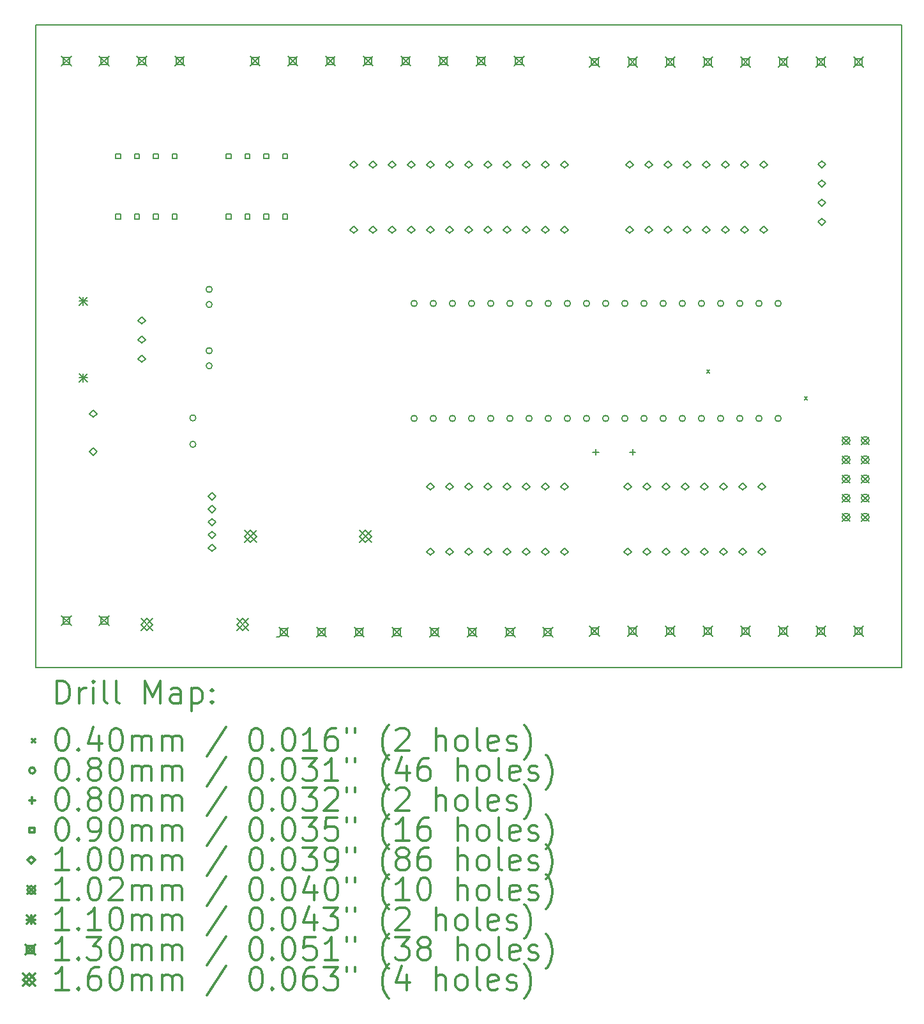
<source format=gbr>
%FSLAX45Y45*%
G04 Gerber Fmt 4.5, Leading zero omitted, Abs format (unit mm)*
G04 Created by KiCad (PCBNEW 5.1.1) date 2019-04-25 13:19:21*
%MOMM*%
%LPD*%
G04 APERTURE LIST*
%ADD10C,0.150000*%
%ADD11C,0.200000*%
%ADD12C,0.300000*%
G04 APERTURE END LIST*
D10*
X9207500Y-3987800D02*
X20675600Y-3987800D01*
X20675600Y-3987800D02*
X20675600Y-12509500D01*
X9194800Y-12509500D02*
X9194800Y-3987800D01*
X20675600Y-12509500D02*
X9194800Y-12509500D01*
X12407900Y-12103100D02*
X12382500Y-12103100D01*
X9194800Y-3987800D02*
X9207500Y-3987800D01*
D11*
X18090200Y-8565200D02*
X18130200Y-8605200D01*
X18130200Y-8565200D02*
X18090200Y-8605200D01*
X19385600Y-8920800D02*
X19425600Y-8960800D01*
X19425600Y-8920800D02*
X19385600Y-8960800D01*
X11533500Y-8309000D02*
G75*
G03X11533500Y-8309000I-40000J0D01*
G01*
X11533500Y-8509000D02*
G75*
G03X11533500Y-8509000I-40000J0D01*
G01*
X14251300Y-7683500D02*
G75*
G03X14251300Y-7683500I-40000J0D01*
G01*
X14251300Y-9207500D02*
G75*
G03X14251300Y-9207500I-40000J0D01*
G01*
X14505300Y-7683500D02*
G75*
G03X14505300Y-7683500I-40000J0D01*
G01*
X14505300Y-9207500D02*
G75*
G03X14505300Y-9207500I-40000J0D01*
G01*
X14759300Y-7683500D02*
G75*
G03X14759300Y-7683500I-40000J0D01*
G01*
X14759300Y-9207500D02*
G75*
G03X14759300Y-9207500I-40000J0D01*
G01*
X15013300Y-7683500D02*
G75*
G03X15013300Y-7683500I-40000J0D01*
G01*
X15013300Y-9207500D02*
G75*
G03X15013300Y-9207500I-40000J0D01*
G01*
X15267300Y-7683500D02*
G75*
G03X15267300Y-7683500I-40000J0D01*
G01*
X15267300Y-9207500D02*
G75*
G03X15267300Y-9207500I-40000J0D01*
G01*
X15521300Y-7683500D02*
G75*
G03X15521300Y-7683500I-40000J0D01*
G01*
X15521300Y-9207500D02*
G75*
G03X15521300Y-9207500I-40000J0D01*
G01*
X15775300Y-7683500D02*
G75*
G03X15775300Y-7683500I-40000J0D01*
G01*
X15775300Y-9207500D02*
G75*
G03X15775300Y-9207500I-40000J0D01*
G01*
X16029300Y-7683500D02*
G75*
G03X16029300Y-7683500I-40000J0D01*
G01*
X16029300Y-9207500D02*
G75*
G03X16029300Y-9207500I-40000J0D01*
G01*
X16283300Y-7683500D02*
G75*
G03X16283300Y-7683500I-40000J0D01*
G01*
X16283300Y-9207500D02*
G75*
G03X16283300Y-9207500I-40000J0D01*
G01*
X16537300Y-7683500D02*
G75*
G03X16537300Y-7683500I-40000J0D01*
G01*
X16537300Y-9207500D02*
G75*
G03X16537300Y-9207500I-40000J0D01*
G01*
X16791300Y-7683500D02*
G75*
G03X16791300Y-7683500I-40000J0D01*
G01*
X16791300Y-9207500D02*
G75*
G03X16791300Y-9207500I-40000J0D01*
G01*
X17045300Y-7683500D02*
G75*
G03X17045300Y-7683500I-40000J0D01*
G01*
X17045300Y-9207500D02*
G75*
G03X17045300Y-9207500I-40000J0D01*
G01*
X17299300Y-7683500D02*
G75*
G03X17299300Y-7683500I-40000J0D01*
G01*
X17299300Y-9207500D02*
G75*
G03X17299300Y-9207500I-40000J0D01*
G01*
X17553300Y-7683500D02*
G75*
G03X17553300Y-7683500I-40000J0D01*
G01*
X17553300Y-9207500D02*
G75*
G03X17553300Y-9207500I-40000J0D01*
G01*
X17807300Y-7683500D02*
G75*
G03X17807300Y-7683500I-40000J0D01*
G01*
X17807300Y-9207500D02*
G75*
G03X17807300Y-9207500I-40000J0D01*
G01*
X18061300Y-7683500D02*
G75*
G03X18061300Y-7683500I-40000J0D01*
G01*
X18061300Y-9207500D02*
G75*
G03X18061300Y-9207500I-40000J0D01*
G01*
X18315300Y-7683500D02*
G75*
G03X18315300Y-7683500I-40000J0D01*
G01*
X18315300Y-9207500D02*
G75*
G03X18315300Y-9207500I-40000J0D01*
G01*
X18569300Y-7683500D02*
G75*
G03X18569300Y-7683500I-40000J0D01*
G01*
X18569300Y-9207500D02*
G75*
G03X18569300Y-9207500I-40000J0D01*
G01*
X18823300Y-7683500D02*
G75*
G03X18823300Y-7683500I-40000J0D01*
G01*
X18823300Y-9207500D02*
G75*
G03X18823300Y-9207500I-40000J0D01*
G01*
X19077300Y-7683500D02*
G75*
G03X19077300Y-7683500I-40000J0D01*
G01*
X19077300Y-9207500D02*
G75*
G03X19077300Y-9207500I-40000J0D01*
G01*
X11533500Y-7496200D02*
G75*
G03X11533500Y-7496200I-40000J0D01*
G01*
X11533500Y-7696200D02*
G75*
G03X11533500Y-7696200I-40000J0D01*
G01*
X11317600Y-9200400D02*
G75*
G03X11317600Y-9200400I-40000J0D01*
G01*
X11317600Y-9550400D02*
G75*
G03X11317600Y-9550400I-40000J0D01*
G01*
X16620490Y-9611487D02*
X16620490Y-9691497D01*
X16580485Y-9651492D02*
X16660495Y-9651492D01*
X17108678Y-9611487D02*
X17108678Y-9691497D01*
X17068673Y-9651492D02*
X17148683Y-9651492D01*
X11781860Y-6562160D02*
X11781860Y-6498520D01*
X11718220Y-6498520D01*
X11718220Y-6562160D01*
X11781860Y-6562160D01*
X12031860Y-6562160D02*
X12031860Y-6498520D01*
X11968220Y-6498520D01*
X11968220Y-6562160D01*
X12031860Y-6562160D01*
X12281860Y-6562160D02*
X12281860Y-6498520D01*
X12218220Y-6498520D01*
X12218220Y-6562160D01*
X12281860Y-6562160D01*
X12531860Y-6562160D02*
X12531860Y-6498520D01*
X12468220Y-6498520D01*
X12468220Y-6562160D01*
X12531860Y-6562160D01*
X10318820Y-5764600D02*
X10318820Y-5700960D01*
X10255180Y-5700960D01*
X10255180Y-5764600D01*
X10318820Y-5764600D01*
X10568820Y-5764600D02*
X10568820Y-5700960D01*
X10505180Y-5700960D01*
X10505180Y-5764600D01*
X10568820Y-5764600D01*
X10818820Y-5764600D02*
X10818820Y-5700960D01*
X10755180Y-5700960D01*
X10755180Y-5764600D01*
X10818820Y-5764600D01*
X11068820Y-5764600D02*
X11068820Y-5700960D01*
X11005180Y-5700960D01*
X11005180Y-5764600D01*
X11068820Y-5764600D01*
X10318820Y-6562160D02*
X10318820Y-6498520D01*
X10255180Y-6498520D01*
X10255180Y-6562160D01*
X10318820Y-6562160D01*
X10568820Y-6562160D02*
X10568820Y-6498520D01*
X10505180Y-6498520D01*
X10505180Y-6562160D01*
X10568820Y-6562160D01*
X10818820Y-6562160D02*
X10818820Y-6498520D01*
X10755180Y-6498520D01*
X10755180Y-6562160D01*
X10818820Y-6562160D01*
X11068820Y-6562160D02*
X11068820Y-6498520D01*
X11005180Y-6498520D01*
X11005180Y-6562160D01*
X11068820Y-6562160D01*
X11781860Y-5764600D02*
X11781860Y-5700960D01*
X11718220Y-5700960D01*
X11718220Y-5764600D01*
X11781860Y-5764600D01*
X12031860Y-5764600D02*
X12031860Y-5700960D01*
X11968220Y-5700960D01*
X11968220Y-5764600D01*
X12031860Y-5764600D01*
X12281860Y-5764600D02*
X12281860Y-5700960D01*
X12218220Y-5700960D01*
X12218220Y-5764600D01*
X12281860Y-5764600D01*
X12531860Y-5764600D02*
X12531860Y-5700960D01*
X12468220Y-5700960D01*
X12468220Y-5764600D01*
X12531860Y-5764600D01*
X11531600Y-10292000D02*
X11581600Y-10242000D01*
X11531600Y-10192000D01*
X11481600Y-10242000D01*
X11531600Y-10292000D01*
X11531600Y-10462000D02*
X11581600Y-10412000D01*
X11531600Y-10362000D01*
X11481600Y-10412000D01*
X11531600Y-10462000D01*
X11531600Y-10632000D02*
X11581600Y-10582000D01*
X11531600Y-10532000D01*
X11481600Y-10582000D01*
X11531600Y-10632000D01*
X11531600Y-10802000D02*
X11581600Y-10752000D01*
X11531600Y-10702000D01*
X11481600Y-10752000D01*
X11531600Y-10802000D01*
X11531600Y-10972000D02*
X11581600Y-10922000D01*
X11531600Y-10872000D01*
X11481600Y-10922000D01*
X11531600Y-10972000D01*
X19616000Y-5891000D02*
X19666000Y-5841000D01*
X19616000Y-5791000D01*
X19566000Y-5841000D01*
X19616000Y-5891000D01*
X19616000Y-6145000D02*
X19666000Y-6095000D01*
X19616000Y-6045000D01*
X19566000Y-6095000D01*
X19616000Y-6145000D01*
X19616000Y-6399000D02*
X19666000Y-6349000D01*
X19616000Y-6299000D01*
X19566000Y-6349000D01*
X19616000Y-6399000D01*
X19616000Y-6653000D02*
X19666000Y-6603000D01*
X19616000Y-6553000D01*
X19566000Y-6603000D01*
X19616000Y-6653000D01*
X17068800Y-6755600D02*
X17118800Y-6705600D01*
X17068800Y-6655600D01*
X17018800Y-6705600D01*
X17068800Y-6755600D01*
X17322800Y-6755600D02*
X17372800Y-6705600D01*
X17322800Y-6655600D01*
X17272800Y-6705600D01*
X17322800Y-6755600D01*
X17576800Y-6755600D02*
X17626800Y-6705600D01*
X17576800Y-6655600D01*
X17526800Y-6705600D01*
X17576800Y-6755600D01*
X17830800Y-6755600D02*
X17880800Y-6705600D01*
X17830800Y-6655600D01*
X17780800Y-6705600D01*
X17830800Y-6755600D01*
X18084800Y-6755600D02*
X18134800Y-6705600D01*
X18084800Y-6655600D01*
X18034800Y-6705600D01*
X18084800Y-6755600D01*
X18338800Y-6755600D02*
X18388800Y-6705600D01*
X18338800Y-6655600D01*
X18288800Y-6705600D01*
X18338800Y-6755600D01*
X18592800Y-6755600D02*
X18642800Y-6705600D01*
X18592800Y-6655600D01*
X18542800Y-6705600D01*
X18592800Y-6755600D01*
X18846800Y-6755600D02*
X18896800Y-6705600D01*
X18846800Y-6655600D01*
X18796800Y-6705600D01*
X18846800Y-6755600D01*
X9956800Y-9194000D02*
X10006800Y-9144000D01*
X9956800Y-9094000D01*
X9906800Y-9144000D01*
X9956800Y-9194000D01*
X9956800Y-9694000D02*
X10006800Y-9644000D01*
X9956800Y-9594000D01*
X9906800Y-9644000D01*
X9956800Y-9694000D01*
X14426200Y-11022800D02*
X14476200Y-10972800D01*
X14426200Y-10922800D01*
X14376200Y-10972800D01*
X14426200Y-11022800D01*
X14680200Y-11022800D02*
X14730200Y-10972800D01*
X14680200Y-10922800D01*
X14630200Y-10972800D01*
X14680200Y-11022800D01*
X14934200Y-11022800D02*
X14984200Y-10972800D01*
X14934200Y-10922800D01*
X14884200Y-10972800D01*
X14934200Y-11022800D01*
X15188200Y-11022800D02*
X15238200Y-10972800D01*
X15188200Y-10922800D01*
X15138200Y-10972800D01*
X15188200Y-11022800D01*
X15442200Y-11022800D02*
X15492200Y-10972800D01*
X15442200Y-10922800D01*
X15392200Y-10972800D01*
X15442200Y-11022800D01*
X15696200Y-11022800D02*
X15746200Y-10972800D01*
X15696200Y-10922800D01*
X15646200Y-10972800D01*
X15696200Y-11022800D01*
X15950200Y-11022800D02*
X16000200Y-10972800D01*
X15950200Y-10922800D01*
X15900200Y-10972800D01*
X15950200Y-11022800D01*
X16204200Y-11022800D02*
X16254200Y-10972800D01*
X16204200Y-10922800D01*
X16154200Y-10972800D01*
X16204200Y-11022800D01*
X17068800Y-5892000D02*
X17118800Y-5842000D01*
X17068800Y-5792000D01*
X17018800Y-5842000D01*
X17068800Y-5892000D01*
X17322800Y-5892000D02*
X17372800Y-5842000D01*
X17322800Y-5792000D01*
X17272800Y-5842000D01*
X17322800Y-5892000D01*
X17576800Y-5892000D02*
X17626800Y-5842000D01*
X17576800Y-5792000D01*
X17526800Y-5842000D01*
X17576800Y-5892000D01*
X17830800Y-5892000D02*
X17880800Y-5842000D01*
X17830800Y-5792000D01*
X17780800Y-5842000D01*
X17830800Y-5892000D01*
X18084800Y-5892000D02*
X18134800Y-5842000D01*
X18084800Y-5792000D01*
X18034800Y-5842000D01*
X18084800Y-5892000D01*
X18338800Y-5892000D02*
X18388800Y-5842000D01*
X18338800Y-5792000D01*
X18288800Y-5842000D01*
X18338800Y-5892000D01*
X18592800Y-5892000D02*
X18642800Y-5842000D01*
X18592800Y-5792000D01*
X18542800Y-5842000D01*
X18592800Y-5892000D01*
X18846800Y-5892000D02*
X18896800Y-5842000D01*
X18846800Y-5792000D01*
X18796800Y-5842000D01*
X18846800Y-5892000D01*
X13409200Y-5892000D02*
X13459200Y-5842000D01*
X13409200Y-5792000D01*
X13359200Y-5842000D01*
X13409200Y-5892000D01*
X13663200Y-5892000D02*
X13713200Y-5842000D01*
X13663200Y-5792000D01*
X13613200Y-5842000D01*
X13663200Y-5892000D01*
X13917200Y-5892000D02*
X13967200Y-5842000D01*
X13917200Y-5792000D01*
X13867200Y-5842000D01*
X13917200Y-5892000D01*
X14171200Y-5892000D02*
X14221200Y-5842000D01*
X14171200Y-5792000D01*
X14121200Y-5842000D01*
X14171200Y-5892000D01*
X14425200Y-5892000D02*
X14475200Y-5842000D01*
X14425200Y-5792000D01*
X14375200Y-5842000D01*
X14425200Y-5892000D01*
X14679200Y-5892000D02*
X14729200Y-5842000D01*
X14679200Y-5792000D01*
X14629200Y-5842000D01*
X14679200Y-5892000D01*
X14933200Y-5892000D02*
X14983200Y-5842000D01*
X14933200Y-5792000D01*
X14883200Y-5842000D01*
X14933200Y-5892000D01*
X15187200Y-5892000D02*
X15237200Y-5842000D01*
X15187200Y-5792000D01*
X15137200Y-5842000D01*
X15187200Y-5892000D01*
X15441200Y-5892000D02*
X15491200Y-5842000D01*
X15441200Y-5792000D01*
X15391200Y-5842000D01*
X15441200Y-5892000D01*
X15695200Y-5892000D02*
X15745200Y-5842000D01*
X15695200Y-5792000D01*
X15645200Y-5842000D01*
X15695200Y-5892000D01*
X15949200Y-5892000D02*
X15999200Y-5842000D01*
X15949200Y-5792000D01*
X15899200Y-5842000D01*
X15949200Y-5892000D01*
X16203200Y-5892000D02*
X16253200Y-5842000D01*
X16203200Y-5792000D01*
X16153200Y-5842000D01*
X16203200Y-5892000D01*
X17046543Y-10159200D02*
X17096543Y-10109200D01*
X17046543Y-10059200D01*
X16996543Y-10109200D01*
X17046543Y-10159200D01*
X17300543Y-10159200D02*
X17350543Y-10109200D01*
X17300543Y-10059200D01*
X17250543Y-10109200D01*
X17300543Y-10159200D01*
X17554543Y-10159200D02*
X17604543Y-10109200D01*
X17554543Y-10059200D01*
X17504543Y-10109200D01*
X17554543Y-10159200D01*
X17808543Y-10159200D02*
X17858543Y-10109200D01*
X17808543Y-10059200D01*
X17758543Y-10109200D01*
X17808543Y-10159200D01*
X18062543Y-10159200D02*
X18112543Y-10109200D01*
X18062543Y-10059200D01*
X18012543Y-10109200D01*
X18062543Y-10159200D01*
X18316543Y-10159200D02*
X18366543Y-10109200D01*
X18316543Y-10059200D01*
X18266543Y-10109200D01*
X18316543Y-10159200D01*
X18570543Y-10159200D02*
X18620543Y-10109200D01*
X18570543Y-10059200D01*
X18520543Y-10109200D01*
X18570543Y-10159200D01*
X18824543Y-10159200D02*
X18874543Y-10109200D01*
X18824543Y-10059200D01*
X18774543Y-10109200D01*
X18824543Y-10159200D01*
X13409200Y-6755600D02*
X13459200Y-6705600D01*
X13409200Y-6655600D01*
X13359200Y-6705600D01*
X13409200Y-6755600D01*
X13663200Y-6755600D02*
X13713200Y-6705600D01*
X13663200Y-6655600D01*
X13613200Y-6705600D01*
X13663200Y-6755600D01*
X13917200Y-6755600D02*
X13967200Y-6705600D01*
X13917200Y-6655600D01*
X13867200Y-6705600D01*
X13917200Y-6755600D01*
X14171200Y-6755600D02*
X14221200Y-6705600D01*
X14171200Y-6655600D01*
X14121200Y-6705600D01*
X14171200Y-6755600D01*
X14425200Y-6755600D02*
X14475200Y-6705600D01*
X14425200Y-6655600D01*
X14375200Y-6705600D01*
X14425200Y-6755600D01*
X14679200Y-6755600D02*
X14729200Y-6705600D01*
X14679200Y-6655600D01*
X14629200Y-6705600D01*
X14679200Y-6755600D01*
X14933200Y-6755600D02*
X14983200Y-6705600D01*
X14933200Y-6655600D01*
X14883200Y-6705600D01*
X14933200Y-6755600D01*
X15187200Y-6755600D02*
X15237200Y-6705600D01*
X15187200Y-6655600D01*
X15137200Y-6705600D01*
X15187200Y-6755600D01*
X15441200Y-6755600D02*
X15491200Y-6705600D01*
X15441200Y-6655600D01*
X15391200Y-6705600D01*
X15441200Y-6755600D01*
X15695200Y-6755600D02*
X15745200Y-6705600D01*
X15695200Y-6655600D01*
X15645200Y-6705600D01*
X15695200Y-6755600D01*
X15949200Y-6755600D02*
X15999200Y-6705600D01*
X15949200Y-6655600D01*
X15899200Y-6705600D01*
X15949200Y-6755600D01*
X16203200Y-6755600D02*
X16253200Y-6705600D01*
X16203200Y-6655600D01*
X16153200Y-6705600D01*
X16203200Y-6755600D01*
X17046543Y-11022800D02*
X17096543Y-10972800D01*
X17046543Y-10922800D01*
X16996543Y-10972800D01*
X17046543Y-11022800D01*
X17300543Y-11022800D02*
X17350543Y-10972800D01*
X17300543Y-10922800D01*
X17250543Y-10972800D01*
X17300543Y-11022800D01*
X17554543Y-11022800D02*
X17604543Y-10972800D01*
X17554543Y-10922800D01*
X17504543Y-10972800D01*
X17554543Y-11022800D01*
X17808543Y-11022800D02*
X17858543Y-10972800D01*
X17808543Y-10922800D01*
X17758543Y-10972800D01*
X17808543Y-11022800D01*
X18062543Y-11022800D02*
X18112543Y-10972800D01*
X18062543Y-10922800D01*
X18012543Y-10972800D01*
X18062543Y-11022800D01*
X18316543Y-11022800D02*
X18366543Y-10972800D01*
X18316543Y-10922800D01*
X18266543Y-10972800D01*
X18316543Y-11022800D01*
X18570543Y-11022800D02*
X18620543Y-10972800D01*
X18570543Y-10922800D01*
X18520543Y-10972800D01*
X18570543Y-11022800D01*
X18824543Y-11022800D02*
X18874543Y-10972800D01*
X18824543Y-10922800D01*
X18774543Y-10972800D01*
X18824543Y-11022800D01*
X10603000Y-7957750D02*
X10653000Y-7907750D01*
X10603000Y-7857750D01*
X10553000Y-7907750D01*
X10603000Y-7957750D01*
X10603000Y-8211750D02*
X10653000Y-8161750D01*
X10603000Y-8111750D01*
X10553000Y-8161750D01*
X10603000Y-8211750D01*
X10603000Y-8465750D02*
X10653000Y-8415750D01*
X10603000Y-8365750D01*
X10553000Y-8415750D01*
X10603000Y-8465750D01*
X14426200Y-10159200D02*
X14476200Y-10109200D01*
X14426200Y-10059200D01*
X14376200Y-10109200D01*
X14426200Y-10159200D01*
X14680200Y-10159200D02*
X14730200Y-10109200D01*
X14680200Y-10059200D01*
X14630200Y-10109200D01*
X14680200Y-10159200D01*
X14934200Y-10159200D02*
X14984200Y-10109200D01*
X14934200Y-10059200D01*
X14884200Y-10109200D01*
X14934200Y-10159200D01*
X15188200Y-10159200D02*
X15238200Y-10109200D01*
X15188200Y-10059200D01*
X15138200Y-10109200D01*
X15188200Y-10159200D01*
X15442200Y-10159200D02*
X15492200Y-10109200D01*
X15442200Y-10059200D01*
X15392200Y-10109200D01*
X15442200Y-10159200D01*
X15696200Y-10159200D02*
X15746200Y-10109200D01*
X15696200Y-10059200D01*
X15646200Y-10109200D01*
X15696200Y-10159200D01*
X15950200Y-10159200D02*
X16000200Y-10109200D01*
X15950200Y-10059200D01*
X15900200Y-10109200D01*
X15950200Y-10159200D01*
X16204200Y-10159200D02*
X16254200Y-10109200D01*
X16204200Y-10059200D01*
X16154200Y-10109200D01*
X16204200Y-10159200D01*
X19888200Y-9448800D02*
X19989800Y-9550400D01*
X19989800Y-9448800D02*
X19888200Y-9550400D01*
X19989800Y-9499600D02*
G75*
G03X19989800Y-9499600I-50800J0D01*
G01*
X19888200Y-9702800D02*
X19989800Y-9804400D01*
X19989800Y-9702800D02*
X19888200Y-9804400D01*
X19989800Y-9753600D02*
G75*
G03X19989800Y-9753600I-50800J0D01*
G01*
X19888200Y-9956800D02*
X19989800Y-10058400D01*
X19989800Y-9956800D02*
X19888200Y-10058400D01*
X19989800Y-10007600D02*
G75*
G03X19989800Y-10007600I-50800J0D01*
G01*
X19888200Y-10210800D02*
X19989800Y-10312400D01*
X19989800Y-10210800D02*
X19888200Y-10312400D01*
X19989800Y-10261600D02*
G75*
G03X19989800Y-10261600I-50800J0D01*
G01*
X19888200Y-10464800D02*
X19989800Y-10566400D01*
X19989800Y-10464800D02*
X19888200Y-10566400D01*
X19989800Y-10515600D02*
G75*
G03X19989800Y-10515600I-50800J0D01*
G01*
X20142200Y-9448800D02*
X20243800Y-9550400D01*
X20243800Y-9448800D02*
X20142200Y-9550400D01*
X20243800Y-9499600D02*
G75*
G03X20243800Y-9499600I-50800J0D01*
G01*
X20142200Y-9702800D02*
X20243800Y-9804400D01*
X20243800Y-9702800D02*
X20142200Y-9804400D01*
X20243800Y-9753600D02*
G75*
G03X20243800Y-9753600I-50800J0D01*
G01*
X20142200Y-9956800D02*
X20243800Y-10058400D01*
X20243800Y-9956800D02*
X20142200Y-10058400D01*
X20243800Y-10007600D02*
G75*
G03X20243800Y-10007600I-50800J0D01*
G01*
X20142200Y-10210800D02*
X20243800Y-10312400D01*
X20243800Y-10210800D02*
X20142200Y-10312400D01*
X20243800Y-10261600D02*
G75*
G03X20243800Y-10261600I-50800J0D01*
G01*
X20142200Y-10464800D02*
X20243800Y-10566400D01*
X20243800Y-10464800D02*
X20142200Y-10566400D01*
X20243800Y-10515600D02*
G75*
G03X20243800Y-10515600I-50800J0D01*
G01*
X9768196Y-7596750D02*
X9878196Y-7706750D01*
X9878196Y-7596750D02*
X9768196Y-7706750D01*
X9823196Y-7596750D02*
X9823196Y-7706750D01*
X9768196Y-7651750D02*
X9878196Y-7651750D01*
X9768196Y-8612750D02*
X9878196Y-8722750D01*
X9878196Y-8612750D02*
X9768196Y-8722750D01*
X9823196Y-8612750D02*
X9823196Y-8722750D01*
X9768196Y-8667750D02*
X9878196Y-8667750D01*
X9536200Y-11822200D02*
X9666200Y-11952200D01*
X9666200Y-11822200D02*
X9536200Y-11952200D01*
X9647162Y-11933162D02*
X9647162Y-11841238D01*
X9555238Y-11841238D01*
X9555238Y-11933162D01*
X9647162Y-11933162D01*
X10036200Y-11822200D02*
X10166200Y-11952200D01*
X10166200Y-11822200D02*
X10036200Y-11952200D01*
X10147162Y-11933162D02*
X10147162Y-11841238D01*
X10055238Y-11841238D01*
X10055238Y-11933162D01*
X10147162Y-11933162D01*
X12419100Y-11974600D02*
X12549100Y-12104600D01*
X12549100Y-11974600D02*
X12419100Y-12104600D01*
X12530062Y-12085562D02*
X12530062Y-11993638D01*
X12438138Y-11993638D01*
X12438138Y-12085562D01*
X12530062Y-12085562D01*
X12919100Y-11974600D02*
X13049100Y-12104600D01*
X13049100Y-11974600D02*
X12919100Y-12104600D01*
X13030062Y-12085562D02*
X13030062Y-11993638D01*
X12938138Y-11993638D01*
X12938138Y-12085562D01*
X13030062Y-12085562D01*
X13419100Y-11974600D02*
X13549100Y-12104600D01*
X13549100Y-11974600D02*
X13419100Y-12104600D01*
X13530062Y-12085562D02*
X13530062Y-11993638D01*
X13438138Y-11993638D01*
X13438138Y-12085562D01*
X13530062Y-12085562D01*
X13919100Y-11974600D02*
X14049100Y-12104600D01*
X14049100Y-11974600D02*
X13919100Y-12104600D01*
X14030062Y-12085562D02*
X14030062Y-11993638D01*
X13938138Y-11993638D01*
X13938138Y-12085562D01*
X14030062Y-12085562D01*
X14419100Y-11974600D02*
X14549100Y-12104600D01*
X14549100Y-11974600D02*
X14419100Y-12104600D01*
X14530062Y-12085562D02*
X14530062Y-11993638D01*
X14438138Y-11993638D01*
X14438138Y-12085562D01*
X14530062Y-12085562D01*
X14919100Y-11974600D02*
X15049100Y-12104600D01*
X15049100Y-11974600D02*
X14919100Y-12104600D01*
X15030062Y-12085562D02*
X15030062Y-11993638D01*
X14938138Y-11993638D01*
X14938138Y-12085562D01*
X15030062Y-12085562D01*
X15419100Y-11974600D02*
X15549100Y-12104600D01*
X15549100Y-11974600D02*
X15419100Y-12104600D01*
X15530062Y-12085562D02*
X15530062Y-11993638D01*
X15438138Y-11993638D01*
X15438138Y-12085562D01*
X15530062Y-12085562D01*
X15919100Y-11974600D02*
X16049100Y-12104600D01*
X16049100Y-11974600D02*
X15919100Y-12104600D01*
X16030062Y-12085562D02*
X16030062Y-11993638D01*
X15938138Y-11993638D01*
X15938138Y-12085562D01*
X16030062Y-12085562D01*
X16539100Y-4418100D02*
X16669100Y-4548100D01*
X16669100Y-4418100D02*
X16539100Y-4548100D01*
X16650062Y-4529062D02*
X16650062Y-4437138D01*
X16558138Y-4437138D01*
X16558138Y-4529062D01*
X16650062Y-4529062D01*
X17039100Y-4418100D02*
X17169100Y-4548100D01*
X17169100Y-4418100D02*
X17039100Y-4548100D01*
X17150062Y-4529062D02*
X17150062Y-4437138D01*
X17058138Y-4437138D01*
X17058138Y-4529062D01*
X17150062Y-4529062D01*
X17539100Y-4418100D02*
X17669100Y-4548100D01*
X17669100Y-4418100D02*
X17539100Y-4548100D01*
X17650062Y-4529062D02*
X17650062Y-4437138D01*
X17558138Y-4437138D01*
X17558138Y-4529062D01*
X17650062Y-4529062D01*
X18039100Y-4418100D02*
X18169100Y-4548100D01*
X18169100Y-4418100D02*
X18039100Y-4548100D01*
X18150062Y-4529062D02*
X18150062Y-4437138D01*
X18058138Y-4437138D01*
X18058138Y-4529062D01*
X18150062Y-4529062D01*
X18539100Y-4418100D02*
X18669100Y-4548100D01*
X18669100Y-4418100D02*
X18539100Y-4548100D01*
X18650062Y-4529062D02*
X18650062Y-4437138D01*
X18558138Y-4437138D01*
X18558138Y-4529062D01*
X18650062Y-4529062D01*
X19039100Y-4418100D02*
X19169100Y-4548100D01*
X19169100Y-4418100D02*
X19039100Y-4548100D01*
X19150062Y-4529062D02*
X19150062Y-4437138D01*
X19058138Y-4437138D01*
X19058138Y-4529062D01*
X19150062Y-4529062D01*
X19539100Y-4418100D02*
X19669100Y-4548100D01*
X19669100Y-4418100D02*
X19539100Y-4548100D01*
X19650062Y-4529062D02*
X19650062Y-4437138D01*
X19558138Y-4437138D01*
X19558138Y-4529062D01*
X19650062Y-4529062D01*
X20039100Y-4418100D02*
X20169100Y-4548100D01*
X20169100Y-4418100D02*
X20039100Y-4548100D01*
X20150062Y-4529062D02*
X20150062Y-4437138D01*
X20058138Y-4437138D01*
X20058138Y-4529062D01*
X20150062Y-4529062D01*
X12037650Y-4405400D02*
X12167650Y-4535400D01*
X12167650Y-4405400D02*
X12037650Y-4535400D01*
X12148612Y-4516362D02*
X12148612Y-4424438D01*
X12056688Y-4424438D01*
X12056688Y-4516362D01*
X12148612Y-4516362D01*
X12537650Y-4405400D02*
X12667650Y-4535400D01*
X12667650Y-4405400D02*
X12537650Y-4535400D01*
X12648612Y-4516362D02*
X12648612Y-4424438D01*
X12556688Y-4424438D01*
X12556688Y-4516362D01*
X12648612Y-4516362D01*
X13037650Y-4405400D02*
X13167650Y-4535400D01*
X13167650Y-4405400D02*
X13037650Y-4535400D01*
X13148612Y-4516362D02*
X13148612Y-4424438D01*
X13056688Y-4424438D01*
X13056688Y-4516362D01*
X13148612Y-4516362D01*
X13537650Y-4405400D02*
X13667650Y-4535400D01*
X13667650Y-4405400D02*
X13537650Y-4535400D01*
X13648612Y-4516362D02*
X13648612Y-4424438D01*
X13556688Y-4424438D01*
X13556688Y-4516362D01*
X13648612Y-4516362D01*
X14037650Y-4405400D02*
X14167650Y-4535400D01*
X14167650Y-4405400D02*
X14037650Y-4535400D01*
X14148612Y-4516362D02*
X14148612Y-4424438D01*
X14056688Y-4424438D01*
X14056688Y-4516362D01*
X14148612Y-4516362D01*
X14537650Y-4405400D02*
X14667650Y-4535400D01*
X14667650Y-4405400D02*
X14537650Y-4535400D01*
X14648612Y-4516362D02*
X14648612Y-4424438D01*
X14556688Y-4424438D01*
X14556688Y-4516362D01*
X14648612Y-4516362D01*
X15037650Y-4405400D02*
X15167650Y-4535400D01*
X15167650Y-4405400D02*
X15037650Y-4535400D01*
X15148612Y-4516362D02*
X15148612Y-4424438D01*
X15056688Y-4424438D01*
X15056688Y-4516362D01*
X15148612Y-4516362D01*
X15537650Y-4405400D02*
X15667650Y-4535400D01*
X15667650Y-4405400D02*
X15537650Y-4535400D01*
X15648612Y-4516362D02*
X15648612Y-4424438D01*
X15556688Y-4424438D01*
X15556688Y-4516362D01*
X15648612Y-4516362D01*
X9536200Y-4405400D02*
X9666200Y-4535400D01*
X9666200Y-4405400D02*
X9536200Y-4535400D01*
X9647162Y-4516362D02*
X9647162Y-4424438D01*
X9555238Y-4424438D01*
X9555238Y-4516362D01*
X9647162Y-4516362D01*
X10036200Y-4405400D02*
X10166200Y-4535400D01*
X10166200Y-4405400D02*
X10036200Y-4535400D01*
X10147162Y-4516362D02*
X10147162Y-4424438D01*
X10055238Y-4424438D01*
X10055238Y-4516362D01*
X10147162Y-4516362D01*
X10536200Y-4405400D02*
X10666200Y-4535400D01*
X10666200Y-4405400D02*
X10536200Y-4535400D01*
X10647162Y-4516362D02*
X10647162Y-4424438D01*
X10555238Y-4424438D01*
X10555238Y-4516362D01*
X10647162Y-4516362D01*
X11036200Y-4405400D02*
X11166200Y-4535400D01*
X11166200Y-4405400D02*
X11036200Y-4535400D01*
X11147162Y-4516362D02*
X11147162Y-4424438D01*
X11055238Y-4424438D01*
X11055238Y-4516362D01*
X11147162Y-4516362D01*
X16539100Y-11961900D02*
X16669100Y-12091900D01*
X16669100Y-11961900D02*
X16539100Y-12091900D01*
X16650062Y-12072862D02*
X16650062Y-11980938D01*
X16558138Y-11980938D01*
X16558138Y-12072862D01*
X16650062Y-12072862D01*
X17039100Y-11961900D02*
X17169100Y-12091900D01*
X17169100Y-11961900D02*
X17039100Y-12091900D01*
X17150062Y-12072862D02*
X17150062Y-11980938D01*
X17058138Y-11980938D01*
X17058138Y-12072862D01*
X17150062Y-12072862D01*
X17539100Y-11961900D02*
X17669100Y-12091900D01*
X17669100Y-11961900D02*
X17539100Y-12091900D01*
X17650062Y-12072862D02*
X17650062Y-11980938D01*
X17558138Y-11980938D01*
X17558138Y-12072862D01*
X17650062Y-12072862D01*
X18039100Y-11961900D02*
X18169100Y-12091900D01*
X18169100Y-11961900D02*
X18039100Y-12091900D01*
X18150062Y-12072862D02*
X18150062Y-11980938D01*
X18058138Y-11980938D01*
X18058138Y-12072862D01*
X18150062Y-12072862D01*
X18539100Y-11961900D02*
X18669100Y-12091900D01*
X18669100Y-11961900D02*
X18539100Y-12091900D01*
X18650062Y-12072862D02*
X18650062Y-11980938D01*
X18558138Y-11980938D01*
X18558138Y-12072862D01*
X18650062Y-12072862D01*
X19039100Y-11961900D02*
X19169100Y-12091900D01*
X19169100Y-11961900D02*
X19039100Y-12091900D01*
X19150062Y-12072862D02*
X19150062Y-11980938D01*
X19058138Y-11980938D01*
X19058138Y-12072862D01*
X19150062Y-12072862D01*
X19539100Y-11961900D02*
X19669100Y-12091900D01*
X19669100Y-11961900D02*
X19539100Y-12091900D01*
X19650062Y-12072862D02*
X19650062Y-11980938D01*
X19558138Y-11980938D01*
X19558138Y-12072862D01*
X19650062Y-12072862D01*
X20039100Y-11961900D02*
X20169100Y-12091900D01*
X20169100Y-11961900D02*
X20039100Y-12091900D01*
X20150062Y-12072862D02*
X20150062Y-11980938D01*
X20058138Y-11980938D01*
X20058138Y-12072862D01*
X20150062Y-12072862D01*
X10588000Y-11858000D02*
X10748000Y-12018000D01*
X10748000Y-11858000D02*
X10588000Y-12018000D01*
X10668000Y-12018000D02*
X10748000Y-11938000D01*
X10668000Y-11858000D01*
X10588000Y-11938000D01*
X10668000Y-12018000D01*
X11858000Y-11858000D02*
X12018000Y-12018000D01*
X12018000Y-11858000D02*
X11858000Y-12018000D01*
X11938000Y-12018000D02*
X12018000Y-11938000D01*
X11938000Y-11858000D01*
X11858000Y-11938000D01*
X11938000Y-12018000D01*
X11961120Y-10689600D02*
X12121120Y-10849600D01*
X12121120Y-10689600D02*
X11961120Y-10849600D01*
X12041120Y-10849600D02*
X12121120Y-10769600D01*
X12041120Y-10689600D01*
X11961120Y-10769600D01*
X12041120Y-10849600D01*
X13485120Y-10689600D02*
X13645120Y-10849600D01*
X13645120Y-10689600D02*
X13485120Y-10849600D01*
X13565120Y-10849600D02*
X13645120Y-10769600D01*
X13565120Y-10689600D01*
X13485120Y-10769600D01*
X13565120Y-10849600D01*
D12*
X9473728Y-12982714D02*
X9473728Y-12682714D01*
X9545157Y-12682714D01*
X9588014Y-12697000D01*
X9616586Y-12725571D01*
X9630871Y-12754143D01*
X9645157Y-12811286D01*
X9645157Y-12854143D01*
X9630871Y-12911286D01*
X9616586Y-12939857D01*
X9588014Y-12968429D01*
X9545157Y-12982714D01*
X9473728Y-12982714D01*
X9773728Y-12982714D02*
X9773728Y-12782714D01*
X9773728Y-12839857D02*
X9788014Y-12811286D01*
X9802300Y-12797000D01*
X9830871Y-12782714D01*
X9859443Y-12782714D01*
X9959443Y-12982714D02*
X9959443Y-12782714D01*
X9959443Y-12682714D02*
X9945157Y-12697000D01*
X9959443Y-12711286D01*
X9973728Y-12697000D01*
X9959443Y-12682714D01*
X9959443Y-12711286D01*
X10145157Y-12982714D02*
X10116586Y-12968429D01*
X10102300Y-12939857D01*
X10102300Y-12682714D01*
X10302300Y-12982714D02*
X10273728Y-12968429D01*
X10259443Y-12939857D01*
X10259443Y-12682714D01*
X10645157Y-12982714D02*
X10645157Y-12682714D01*
X10745157Y-12897000D01*
X10845157Y-12682714D01*
X10845157Y-12982714D01*
X11116586Y-12982714D02*
X11116586Y-12825571D01*
X11102300Y-12797000D01*
X11073728Y-12782714D01*
X11016586Y-12782714D01*
X10988014Y-12797000D01*
X11116586Y-12968429D02*
X11088014Y-12982714D01*
X11016586Y-12982714D01*
X10988014Y-12968429D01*
X10973728Y-12939857D01*
X10973728Y-12911286D01*
X10988014Y-12882714D01*
X11016586Y-12868429D01*
X11088014Y-12868429D01*
X11116586Y-12854143D01*
X11259443Y-12782714D02*
X11259443Y-13082714D01*
X11259443Y-12797000D02*
X11288014Y-12782714D01*
X11345157Y-12782714D01*
X11373728Y-12797000D01*
X11388014Y-12811286D01*
X11402300Y-12839857D01*
X11402300Y-12925571D01*
X11388014Y-12954143D01*
X11373728Y-12968429D01*
X11345157Y-12982714D01*
X11288014Y-12982714D01*
X11259443Y-12968429D01*
X11530871Y-12954143D02*
X11545157Y-12968429D01*
X11530871Y-12982714D01*
X11516586Y-12968429D01*
X11530871Y-12954143D01*
X11530871Y-12982714D01*
X11530871Y-12797000D02*
X11545157Y-12811286D01*
X11530871Y-12825571D01*
X11516586Y-12811286D01*
X11530871Y-12797000D01*
X11530871Y-12825571D01*
X9147300Y-13457000D02*
X9187300Y-13497000D01*
X9187300Y-13457000D02*
X9147300Y-13497000D01*
X9530871Y-13312714D02*
X9559443Y-13312714D01*
X9588014Y-13327000D01*
X9602300Y-13341286D01*
X9616586Y-13369857D01*
X9630871Y-13427000D01*
X9630871Y-13498429D01*
X9616586Y-13555571D01*
X9602300Y-13584143D01*
X9588014Y-13598429D01*
X9559443Y-13612714D01*
X9530871Y-13612714D01*
X9502300Y-13598429D01*
X9488014Y-13584143D01*
X9473728Y-13555571D01*
X9459443Y-13498429D01*
X9459443Y-13427000D01*
X9473728Y-13369857D01*
X9488014Y-13341286D01*
X9502300Y-13327000D01*
X9530871Y-13312714D01*
X9759443Y-13584143D02*
X9773728Y-13598429D01*
X9759443Y-13612714D01*
X9745157Y-13598429D01*
X9759443Y-13584143D01*
X9759443Y-13612714D01*
X10030871Y-13412714D02*
X10030871Y-13612714D01*
X9959443Y-13298429D02*
X9888014Y-13512714D01*
X10073728Y-13512714D01*
X10245157Y-13312714D02*
X10273728Y-13312714D01*
X10302300Y-13327000D01*
X10316586Y-13341286D01*
X10330871Y-13369857D01*
X10345157Y-13427000D01*
X10345157Y-13498429D01*
X10330871Y-13555571D01*
X10316586Y-13584143D01*
X10302300Y-13598429D01*
X10273728Y-13612714D01*
X10245157Y-13612714D01*
X10216586Y-13598429D01*
X10202300Y-13584143D01*
X10188014Y-13555571D01*
X10173728Y-13498429D01*
X10173728Y-13427000D01*
X10188014Y-13369857D01*
X10202300Y-13341286D01*
X10216586Y-13327000D01*
X10245157Y-13312714D01*
X10473728Y-13612714D02*
X10473728Y-13412714D01*
X10473728Y-13441286D02*
X10488014Y-13427000D01*
X10516586Y-13412714D01*
X10559443Y-13412714D01*
X10588014Y-13427000D01*
X10602300Y-13455571D01*
X10602300Y-13612714D01*
X10602300Y-13455571D02*
X10616586Y-13427000D01*
X10645157Y-13412714D01*
X10688014Y-13412714D01*
X10716586Y-13427000D01*
X10730871Y-13455571D01*
X10730871Y-13612714D01*
X10873728Y-13612714D02*
X10873728Y-13412714D01*
X10873728Y-13441286D02*
X10888014Y-13427000D01*
X10916586Y-13412714D01*
X10959443Y-13412714D01*
X10988014Y-13427000D01*
X11002300Y-13455571D01*
X11002300Y-13612714D01*
X11002300Y-13455571D02*
X11016586Y-13427000D01*
X11045157Y-13412714D01*
X11088014Y-13412714D01*
X11116586Y-13427000D01*
X11130871Y-13455571D01*
X11130871Y-13612714D01*
X11716586Y-13298429D02*
X11459443Y-13684143D01*
X12102300Y-13312714D02*
X12130871Y-13312714D01*
X12159443Y-13327000D01*
X12173728Y-13341286D01*
X12188014Y-13369857D01*
X12202300Y-13427000D01*
X12202300Y-13498429D01*
X12188014Y-13555571D01*
X12173728Y-13584143D01*
X12159443Y-13598429D01*
X12130871Y-13612714D01*
X12102300Y-13612714D01*
X12073728Y-13598429D01*
X12059443Y-13584143D01*
X12045157Y-13555571D01*
X12030871Y-13498429D01*
X12030871Y-13427000D01*
X12045157Y-13369857D01*
X12059443Y-13341286D01*
X12073728Y-13327000D01*
X12102300Y-13312714D01*
X12330871Y-13584143D02*
X12345157Y-13598429D01*
X12330871Y-13612714D01*
X12316586Y-13598429D01*
X12330871Y-13584143D01*
X12330871Y-13612714D01*
X12530871Y-13312714D02*
X12559443Y-13312714D01*
X12588014Y-13327000D01*
X12602300Y-13341286D01*
X12616586Y-13369857D01*
X12630871Y-13427000D01*
X12630871Y-13498429D01*
X12616586Y-13555571D01*
X12602300Y-13584143D01*
X12588014Y-13598429D01*
X12559443Y-13612714D01*
X12530871Y-13612714D01*
X12502300Y-13598429D01*
X12488014Y-13584143D01*
X12473728Y-13555571D01*
X12459443Y-13498429D01*
X12459443Y-13427000D01*
X12473728Y-13369857D01*
X12488014Y-13341286D01*
X12502300Y-13327000D01*
X12530871Y-13312714D01*
X12916586Y-13612714D02*
X12745157Y-13612714D01*
X12830871Y-13612714D02*
X12830871Y-13312714D01*
X12802300Y-13355571D01*
X12773728Y-13384143D01*
X12745157Y-13398429D01*
X13173728Y-13312714D02*
X13116586Y-13312714D01*
X13088014Y-13327000D01*
X13073728Y-13341286D01*
X13045157Y-13384143D01*
X13030871Y-13441286D01*
X13030871Y-13555571D01*
X13045157Y-13584143D01*
X13059443Y-13598429D01*
X13088014Y-13612714D01*
X13145157Y-13612714D01*
X13173728Y-13598429D01*
X13188014Y-13584143D01*
X13202300Y-13555571D01*
X13202300Y-13484143D01*
X13188014Y-13455571D01*
X13173728Y-13441286D01*
X13145157Y-13427000D01*
X13088014Y-13427000D01*
X13059443Y-13441286D01*
X13045157Y-13455571D01*
X13030871Y-13484143D01*
X13316586Y-13312714D02*
X13316586Y-13369857D01*
X13430871Y-13312714D02*
X13430871Y-13369857D01*
X13873728Y-13727000D02*
X13859443Y-13712714D01*
X13830871Y-13669857D01*
X13816586Y-13641286D01*
X13802300Y-13598429D01*
X13788014Y-13527000D01*
X13788014Y-13469857D01*
X13802300Y-13398429D01*
X13816586Y-13355571D01*
X13830871Y-13327000D01*
X13859443Y-13284143D01*
X13873728Y-13269857D01*
X13973728Y-13341286D02*
X13988014Y-13327000D01*
X14016586Y-13312714D01*
X14088014Y-13312714D01*
X14116586Y-13327000D01*
X14130871Y-13341286D01*
X14145157Y-13369857D01*
X14145157Y-13398429D01*
X14130871Y-13441286D01*
X13959443Y-13612714D01*
X14145157Y-13612714D01*
X14502300Y-13612714D02*
X14502300Y-13312714D01*
X14630871Y-13612714D02*
X14630871Y-13455571D01*
X14616586Y-13427000D01*
X14588014Y-13412714D01*
X14545157Y-13412714D01*
X14516586Y-13427000D01*
X14502300Y-13441286D01*
X14816586Y-13612714D02*
X14788014Y-13598429D01*
X14773728Y-13584143D01*
X14759443Y-13555571D01*
X14759443Y-13469857D01*
X14773728Y-13441286D01*
X14788014Y-13427000D01*
X14816586Y-13412714D01*
X14859443Y-13412714D01*
X14888014Y-13427000D01*
X14902300Y-13441286D01*
X14916586Y-13469857D01*
X14916586Y-13555571D01*
X14902300Y-13584143D01*
X14888014Y-13598429D01*
X14859443Y-13612714D01*
X14816586Y-13612714D01*
X15088014Y-13612714D02*
X15059443Y-13598429D01*
X15045157Y-13569857D01*
X15045157Y-13312714D01*
X15316586Y-13598429D02*
X15288014Y-13612714D01*
X15230871Y-13612714D01*
X15202300Y-13598429D01*
X15188014Y-13569857D01*
X15188014Y-13455571D01*
X15202300Y-13427000D01*
X15230871Y-13412714D01*
X15288014Y-13412714D01*
X15316586Y-13427000D01*
X15330871Y-13455571D01*
X15330871Y-13484143D01*
X15188014Y-13512714D01*
X15445157Y-13598429D02*
X15473728Y-13612714D01*
X15530871Y-13612714D01*
X15559443Y-13598429D01*
X15573728Y-13569857D01*
X15573728Y-13555571D01*
X15559443Y-13527000D01*
X15530871Y-13512714D01*
X15488014Y-13512714D01*
X15459443Y-13498429D01*
X15445157Y-13469857D01*
X15445157Y-13455571D01*
X15459443Y-13427000D01*
X15488014Y-13412714D01*
X15530871Y-13412714D01*
X15559443Y-13427000D01*
X15673728Y-13727000D02*
X15688014Y-13712714D01*
X15716586Y-13669857D01*
X15730871Y-13641286D01*
X15745157Y-13598429D01*
X15759443Y-13527000D01*
X15759443Y-13469857D01*
X15745157Y-13398429D01*
X15730871Y-13355571D01*
X15716586Y-13327000D01*
X15688014Y-13284143D01*
X15673728Y-13269857D01*
X9187300Y-13873000D02*
G75*
G03X9187300Y-13873000I-40000J0D01*
G01*
X9530871Y-13708714D02*
X9559443Y-13708714D01*
X9588014Y-13723000D01*
X9602300Y-13737286D01*
X9616586Y-13765857D01*
X9630871Y-13823000D01*
X9630871Y-13894429D01*
X9616586Y-13951571D01*
X9602300Y-13980143D01*
X9588014Y-13994429D01*
X9559443Y-14008714D01*
X9530871Y-14008714D01*
X9502300Y-13994429D01*
X9488014Y-13980143D01*
X9473728Y-13951571D01*
X9459443Y-13894429D01*
X9459443Y-13823000D01*
X9473728Y-13765857D01*
X9488014Y-13737286D01*
X9502300Y-13723000D01*
X9530871Y-13708714D01*
X9759443Y-13980143D02*
X9773728Y-13994429D01*
X9759443Y-14008714D01*
X9745157Y-13994429D01*
X9759443Y-13980143D01*
X9759443Y-14008714D01*
X9945157Y-13837286D02*
X9916586Y-13823000D01*
X9902300Y-13808714D01*
X9888014Y-13780143D01*
X9888014Y-13765857D01*
X9902300Y-13737286D01*
X9916586Y-13723000D01*
X9945157Y-13708714D01*
X10002300Y-13708714D01*
X10030871Y-13723000D01*
X10045157Y-13737286D01*
X10059443Y-13765857D01*
X10059443Y-13780143D01*
X10045157Y-13808714D01*
X10030871Y-13823000D01*
X10002300Y-13837286D01*
X9945157Y-13837286D01*
X9916586Y-13851571D01*
X9902300Y-13865857D01*
X9888014Y-13894429D01*
X9888014Y-13951571D01*
X9902300Y-13980143D01*
X9916586Y-13994429D01*
X9945157Y-14008714D01*
X10002300Y-14008714D01*
X10030871Y-13994429D01*
X10045157Y-13980143D01*
X10059443Y-13951571D01*
X10059443Y-13894429D01*
X10045157Y-13865857D01*
X10030871Y-13851571D01*
X10002300Y-13837286D01*
X10245157Y-13708714D02*
X10273728Y-13708714D01*
X10302300Y-13723000D01*
X10316586Y-13737286D01*
X10330871Y-13765857D01*
X10345157Y-13823000D01*
X10345157Y-13894429D01*
X10330871Y-13951571D01*
X10316586Y-13980143D01*
X10302300Y-13994429D01*
X10273728Y-14008714D01*
X10245157Y-14008714D01*
X10216586Y-13994429D01*
X10202300Y-13980143D01*
X10188014Y-13951571D01*
X10173728Y-13894429D01*
X10173728Y-13823000D01*
X10188014Y-13765857D01*
X10202300Y-13737286D01*
X10216586Y-13723000D01*
X10245157Y-13708714D01*
X10473728Y-14008714D02*
X10473728Y-13808714D01*
X10473728Y-13837286D02*
X10488014Y-13823000D01*
X10516586Y-13808714D01*
X10559443Y-13808714D01*
X10588014Y-13823000D01*
X10602300Y-13851571D01*
X10602300Y-14008714D01*
X10602300Y-13851571D02*
X10616586Y-13823000D01*
X10645157Y-13808714D01*
X10688014Y-13808714D01*
X10716586Y-13823000D01*
X10730871Y-13851571D01*
X10730871Y-14008714D01*
X10873728Y-14008714D02*
X10873728Y-13808714D01*
X10873728Y-13837286D02*
X10888014Y-13823000D01*
X10916586Y-13808714D01*
X10959443Y-13808714D01*
X10988014Y-13823000D01*
X11002300Y-13851571D01*
X11002300Y-14008714D01*
X11002300Y-13851571D02*
X11016586Y-13823000D01*
X11045157Y-13808714D01*
X11088014Y-13808714D01*
X11116586Y-13823000D01*
X11130871Y-13851571D01*
X11130871Y-14008714D01*
X11716586Y-13694429D02*
X11459443Y-14080143D01*
X12102300Y-13708714D02*
X12130871Y-13708714D01*
X12159443Y-13723000D01*
X12173728Y-13737286D01*
X12188014Y-13765857D01*
X12202300Y-13823000D01*
X12202300Y-13894429D01*
X12188014Y-13951571D01*
X12173728Y-13980143D01*
X12159443Y-13994429D01*
X12130871Y-14008714D01*
X12102300Y-14008714D01*
X12073728Y-13994429D01*
X12059443Y-13980143D01*
X12045157Y-13951571D01*
X12030871Y-13894429D01*
X12030871Y-13823000D01*
X12045157Y-13765857D01*
X12059443Y-13737286D01*
X12073728Y-13723000D01*
X12102300Y-13708714D01*
X12330871Y-13980143D02*
X12345157Y-13994429D01*
X12330871Y-14008714D01*
X12316586Y-13994429D01*
X12330871Y-13980143D01*
X12330871Y-14008714D01*
X12530871Y-13708714D02*
X12559443Y-13708714D01*
X12588014Y-13723000D01*
X12602300Y-13737286D01*
X12616586Y-13765857D01*
X12630871Y-13823000D01*
X12630871Y-13894429D01*
X12616586Y-13951571D01*
X12602300Y-13980143D01*
X12588014Y-13994429D01*
X12559443Y-14008714D01*
X12530871Y-14008714D01*
X12502300Y-13994429D01*
X12488014Y-13980143D01*
X12473728Y-13951571D01*
X12459443Y-13894429D01*
X12459443Y-13823000D01*
X12473728Y-13765857D01*
X12488014Y-13737286D01*
X12502300Y-13723000D01*
X12530871Y-13708714D01*
X12730871Y-13708714D02*
X12916586Y-13708714D01*
X12816586Y-13823000D01*
X12859443Y-13823000D01*
X12888014Y-13837286D01*
X12902300Y-13851571D01*
X12916586Y-13880143D01*
X12916586Y-13951571D01*
X12902300Y-13980143D01*
X12888014Y-13994429D01*
X12859443Y-14008714D01*
X12773728Y-14008714D01*
X12745157Y-13994429D01*
X12730871Y-13980143D01*
X13202300Y-14008714D02*
X13030871Y-14008714D01*
X13116586Y-14008714D02*
X13116586Y-13708714D01*
X13088014Y-13751571D01*
X13059443Y-13780143D01*
X13030871Y-13794429D01*
X13316586Y-13708714D02*
X13316586Y-13765857D01*
X13430871Y-13708714D02*
X13430871Y-13765857D01*
X13873728Y-14123000D02*
X13859443Y-14108714D01*
X13830871Y-14065857D01*
X13816586Y-14037286D01*
X13802300Y-13994429D01*
X13788014Y-13923000D01*
X13788014Y-13865857D01*
X13802300Y-13794429D01*
X13816586Y-13751571D01*
X13830871Y-13723000D01*
X13859443Y-13680143D01*
X13873728Y-13665857D01*
X14116586Y-13808714D02*
X14116586Y-14008714D01*
X14045157Y-13694429D02*
X13973728Y-13908714D01*
X14159443Y-13908714D01*
X14402300Y-13708714D02*
X14345157Y-13708714D01*
X14316586Y-13723000D01*
X14302300Y-13737286D01*
X14273728Y-13780143D01*
X14259443Y-13837286D01*
X14259443Y-13951571D01*
X14273728Y-13980143D01*
X14288014Y-13994429D01*
X14316586Y-14008714D01*
X14373728Y-14008714D01*
X14402300Y-13994429D01*
X14416586Y-13980143D01*
X14430871Y-13951571D01*
X14430871Y-13880143D01*
X14416586Y-13851571D01*
X14402300Y-13837286D01*
X14373728Y-13823000D01*
X14316586Y-13823000D01*
X14288014Y-13837286D01*
X14273728Y-13851571D01*
X14259443Y-13880143D01*
X14788014Y-14008714D02*
X14788014Y-13708714D01*
X14916586Y-14008714D02*
X14916586Y-13851571D01*
X14902300Y-13823000D01*
X14873728Y-13808714D01*
X14830871Y-13808714D01*
X14802300Y-13823000D01*
X14788014Y-13837286D01*
X15102300Y-14008714D02*
X15073728Y-13994429D01*
X15059443Y-13980143D01*
X15045157Y-13951571D01*
X15045157Y-13865857D01*
X15059443Y-13837286D01*
X15073728Y-13823000D01*
X15102300Y-13808714D01*
X15145157Y-13808714D01*
X15173728Y-13823000D01*
X15188014Y-13837286D01*
X15202300Y-13865857D01*
X15202300Y-13951571D01*
X15188014Y-13980143D01*
X15173728Y-13994429D01*
X15145157Y-14008714D01*
X15102300Y-14008714D01*
X15373728Y-14008714D02*
X15345157Y-13994429D01*
X15330871Y-13965857D01*
X15330871Y-13708714D01*
X15602300Y-13994429D02*
X15573728Y-14008714D01*
X15516586Y-14008714D01*
X15488014Y-13994429D01*
X15473728Y-13965857D01*
X15473728Y-13851571D01*
X15488014Y-13823000D01*
X15516586Y-13808714D01*
X15573728Y-13808714D01*
X15602300Y-13823000D01*
X15616586Y-13851571D01*
X15616586Y-13880143D01*
X15473728Y-13908714D01*
X15730871Y-13994429D02*
X15759443Y-14008714D01*
X15816586Y-14008714D01*
X15845157Y-13994429D01*
X15859443Y-13965857D01*
X15859443Y-13951571D01*
X15845157Y-13923000D01*
X15816586Y-13908714D01*
X15773728Y-13908714D01*
X15745157Y-13894429D01*
X15730871Y-13865857D01*
X15730871Y-13851571D01*
X15745157Y-13823000D01*
X15773728Y-13808714D01*
X15816586Y-13808714D01*
X15845157Y-13823000D01*
X15959443Y-14123000D02*
X15973728Y-14108714D01*
X16002300Y-14065857D01*
X16016586Y-14037286D01*
X16030871Y-13994429D01*
X16045157Y-13923000D01*
X16045157Y-13865857D01*
X16030871Y-13794429D01*
X16016586Y-13751571D01*
X16002300Y-13723000D01*
X15973728Y-13680143D01*
X15959443Y-13665857D01*
X9147295Y-14228995D02*
X9147295Y-14309005D01*
X9107290Y-14269000D02*
X9187300Y-14269000D01*
X9530871Y-14104714D02*
X9559443Y-14104714D01*
X9588014Y-14119000D01*
X9602300Y-14133286D01*
X9616586Y-14161857D01*
X9630871Y-14219000D01*
X9630871Y-14290429D01*
X9616586Y-14347571D01*
X9602300Y-14376143D01*
X9588014Y-14390429D01*
X9559443Y-14404714D01*
X9530871Y-14404714D01*
X9502300Y-14390429D01*
X9488014Y-14376143D01*
X9473728Y-14347571D01*
X9459443Y-14290429D01*
X9459443Y-14219000D01*
X9473728Y-14161857D01*
X9488014Y-14133286D01*
X9502300Y-14119000D01*
X9530871Y-14104714D01*
X9759443Y-14376143D02*
X9773728Y-14390429D01*
X9759443Y-14404714D01*
X9745157Y-14390429D01*
X9759443Y-14376143D01*
X9759443Y-14404714D01*
X9945157Y-14233286D02*
X9916586Y-14219000D01*
X9902300Y-14204714D01*
X9888014Y-14176143D01*
X9888014Y-14161857D01*
X9902300Y-14133286D01*
X9916586Y-14119000D01*
X9945157Y-14104714D01*
X10002300Y-14104714D01*
X10030871Y-14119000D01*
X10045157Y-14133286D01*
X10059443Y-14161857D01*
X10059443Y-14176143D01*
X10045157Y-14204714D01*
X10030871Y-14219000D01*
X10002300Y-14233286D01*
X9945157Y-14233286D01*
X9916586Y-14247571D01*
X9902300Y-14261857D01*
X9888014Y-14290429D01*
X9888014Y-14347571D01*
X9902300Y-14376143D01*
X9916586Y-14390429D01*
X9945157Y-14404714D01*
X10002300Y-14404714D01*
X10030871Y-14390429D01*
X10045157Y-14376143D01*
X10059443Y-14347571D01*
X10059443Y-14290429D01*
X10045157Y-14261857D01*
X10030871Y-14247571D01*
X10002300Y-14233286D01*
X10245157Y-14104714D02*
X10273728Y-14104714D01*
X10302300Y-14119000D01*
X10316586Y-14133286D01*
X10330871Y-14161857D01*
X10345157Y-14219000D01*
X10345157Y-14290429D01*
X10330871Y-14347571D01*
X10316586Y-14376143D01*
X10302300Y-14390429D01*
X10273728Y-14404714D01*
X10245157Y-14404714D01*
X10216586Y-14390429D01*
X10202300Y-14376143D01*
X10188014Y-14347571D01*
X10173728Y-14290429D01*
X10173728Y-14219000D01*
X10188014Y-14161857D01*
X10202300Y-14133286D01*
X10216586Y-14119000D01*
X10245157Y-14104714D01*
X10473728Y-14404714D02*
X10473728Y-14204714D01*
X10473728Y-14233286D02*
X10488014Y-14219000D01*
X10516586Y-14204714D01*
X10559443Y-14204714D01*
X10588014Y-14219000D01*
X10602300Y-14247571D01*
X10602300Y-14404714D01*
X10602300Y-14247571D02*
X10616586Y-14219000D01*
X10645157Y-14204714D01*
X10688014Y-14204714D01*
X10716586Y-14219000D01*
X10730871Y-14247571D01*
X10730871Y-14404714D01*
X10873728Y-14404714D02*
X10873728Y-14204714D01*
X10873728Y-14233286D02*
X10888014Y-14219000D01*
X10916586Y-14204714D01*
X10959443Y-14204714D01*
X10988014Y-14219000D01*
X11002300Y-14247571D01*
X11002300Y-14404714D01*
X11002300Y-14247571D02*
X11016586Y-14219000D01*
X11045157Y-14204714D01*
X11088014Y-14204714D01*
X11116586Y-14219000D01*
X11130871Y-14247571D01*
X11130871Y-14404714D01*
X11716586Y-14090429D02*
X11459443Y-14476143D01*
X12102300Y-14104714D02*
X12130871Y-14104714D01*
X12159443Y-14119000D01*
X12173728Y-14133286D01*
X12188014Y-14161857D01*
X12202300Y-14219000D01*
X12202300Y-14290429D01*
X12188014Y-14347571D01*
X12173728Y-14376143D01*
X12159443Y-14390429D01*
X12130871Y-14404714D01*
X12102300Y-14404714D01*
X12073728Y-14390429D01*
X12059443Y-14376143D01*
X12045157Y-14347571D01*
X12030871Y-14290429D01*
X12030871Y-14219000D01*
X12045157Y-14161857D01*
X12059443Y-14133286D01*
X12073728Y-14119000D01*
X12102300Y-14104714D01*
X12330871Y-14376143D02*
X12345157Y-14390429D01*
X12330871Y-14404714D01*
X12316586Y-14390429D01*
X12330871Y-14376143D01*
X12330871Y-14404714D01*
X12530871Y-14104714D02*
X12559443Y-14104714D01*
X12588014Y-14119000D01*
X12602300Y-14133286D01*
X12616586Y-14161857D01*
X12630871Y-14219000D01*
X12630871Y-14290429D01*
X12616586Y-14347571D01*
X12602300Y-14376143D01*
X12588014Y-14390429D01*
X12559443Y-14404714D01*
X12530871Y-14404714D01*
X12502300Y-14390429D01*
X12488014Y-14376143D01*
X12473728Y-14347571D01*
X12459443Y-14290429D01*
X12459443Y-14219000D01*
X12473728Y-14161857D01*
X12488014Y-14133286D01*
X12502300Y-14119000D01*
X12530871Y-14104714D01*
X12730871Y-14104714D02*
X12916586Y-14104714D01*
X12816586Y-14219000D01*
X12859443Y-14219000D01*
X12888014Y-14233286D01*
X12902300Y-14247571D01*
X12916586Y-14276143D01*
X12916586Y-14347571D01*
X12902300Y-14376143D01*
X12888014Y-14390429D01*
X12859443Y-14404714D01*
X12773728Y-14404714D01*
X12745157Y-14390429D01*
X12730871Y-14376143D01*
X13030871Y-14133286D02*
X13045157Y-14119000D01*
X13073728Y-14104714D01*
X13145157Y-14104714D01*
X13173728Y-14119000D01*
X13188014Y-14133286D01*
X13202300Y-14161857D01*
X13202300Y-14190429D01*
X13188014Y-14233286D01*
X13016586Y-14404714D01*
X13202300Y-14404714D01*
X13316586Y-14104714D02*
X13316586Y-14161857D01*
X13430871Y-14104714D02*
X13430871Y-14161857D01*
X13873728Y-14519000D02*
X13859443Y-14504714D01*
X13830871Y-14461857D01*
X13816586Y-14433286D01*
X13802300Y-14390429D01*
X13788014Y-14319000D01*
X13788014Y-14261857D01*
X13802300Y-14190429D01*
X13816586Y-14147571D01*
X13830871Y-14119000D01*
X13859443Y-14076143D01*
X13873728Y-14061857D01*
X13973728Y-14133286D02*
X13988014Y-14119000D01*
X14016586Y-14104714D01*
X14088014Y-14104714D01*
X14116586Y-14119000D01*
X14130871Y-14133286D01*
X14145157Y-14161857D01*
X14145157Y-14190429D01*
X14130871Y-14233286D01*
X13959443Y-14404714D01*
X14145157Y-14404714D01*
X14502300Y-14404714D02*
X14502300Y-14104714D01*
X14630871Y-14404714D02*
X14630871Y-14247571D01*
X14616586Y-14219000D01*
X14588014Y-14204714D01*
X14545157Y-14204714D01*
X14516586Y-14219000D01*
X14502300Y-14233286D01*
X14816586Y-14404714D02*
X14788014Y-14390429D01*
X14773728Y-14376143D01*
X14759443Y-14347571D01*
X14759443Y-14261857D01*
X14773728Y-14233286D01*
X14788014Y-14219000D01*
X14816586Y-14204714D01*
X14859443Y-14204714D01*
X14888014Y-14219000D01*
X14902300Y-14233286D01*
X14916586Y-14261857D01*
X14916586Y-14347571D01*
X14902300Y-14376143D01*
X14888014Y-14390429D01*
X14859443Y-14404714D01*
X14816586Y-14404714D01*
X15088014Y-14404714D02*
X15059443Y-14390429D01*
X15045157Y-14361857D01*
X15045157Y-14104714D01*
X15316586Y-14390429D02*
X15288014Y-14404714D01*
X15230871Y-14404714D01*
X15202300Y-14390429D01*
X15188014Y-14361857D01*
X15188014Y-14247571D01*
X15202300Y-14219000D01*
X15230871Y-14204714D01*
X15288014Y-14204714D01*
X15316586Y-14219000D01*
X15330871Y-14247571D01*
X15330871Y-14276143D01*
X15188014Y-14304714D01*
X15445157Y-14390429D02*
X15473728Y-14404714D01*
X15530871Y-14404714D01*
X15559443Y-14390429D01*
X15573728Y-14361857D01*
X15573728Y-14347571D01*
X15559443Y-14319000D01*
X15530871Y-14304714D01*
X15488014Y-14304714D01*
X15459443Y-14290429D01*
X15445157Y-14261857D01*
X15445157Y-14247571D01*
X15459443Y-14219000D01*
X15488014Y-14204714D01*
X15530871Y-14204714D01*
X15559443Y-14219000D01*
X15673728Y-14519000D02*
X15688014Y-14504714D01*
X15716586Y-14461857D01*
X15730871Y-14433286D01*
X15745157Y-14390429D01*
X15759443Y-14319000D01*
X15759443Y-14261857D01*
X15745157Y-14190429D01*
X15730871Y-14147571D01*
X15716586Y-14119000D01*
X15688014Y-14076143D01*
X15673728Y-14061857D01*
X9174120Y-14696820D02*
X9174120Y-14633180D01*
X9110480Y-14633180D01*
X9110480Y-14696820D01*
X9174120Y-14696820D01*
X9530871Y-14500714D02*
X9559443Y-14500714D01*
X9588014Y-14515000D01*
X9602300Y-14529286D01*
X9616586Y-14557857D01*
X9630871Y-14615000D01*
X9630871Y-14686429D01*
X9616586Y-14743571D01*
X9602300Y-14772143D01*
X9588014Y-14786429D01*
X9559443Y-14800714D01*
X9530871Y-14800714D01*
X9502300Y-14786429D01*
X9488014Y-14772143D01*
X9473728Y-14743571D01*
X9459443Y-14686429D01*
X9459443Y-14615000D01*
X9473728Y-14557857D01*
X9488014Y-14529286D01*
X9502300Y-14515000D01*
X9530871Y-14500714D01*
X9759443Y-14772143D02*
X9773728Y-14786429D01*
X9759443Y-14800714D01*
X9745157Y-14786429D01*
X9759443Y-14772143D01*
X9759443Y-14800714D01*
X9916586Y-14800714D02*
X9973728Y-14800714D01*
X10002300Y-14786429D01*
X10016586Y-14772143D01*
X10045157Y-14729286D01*
X10059443Y-14672143D01*
X10059443Y-14557857D01*
X10045157Y-14529286D01*
X10030871Y-14515000D01*
X10002300Y-14500714D01*
X9945157Y-14500714D01*
X9916586Y-14515000D01*
X9902300Y-14529286D01*
X9888014Y-14557857D01*
X9888014Y-14629286D01*
X9902300Y-14657857D01*
X9916586Y-14672143D01*
X9945157Y-14686429D01*
X10002300Y-14686429D01*
X10030871Y-14672143D01*
X10045157Y-14657857D01*
X10059443Y-14629286D01*
X10245157Y-14500714D02*
X10273728Y-14500714D01*
X10302300Y-14515000D01*
X10316586Y-14529286D01*
X10330871Y-14557857D01*
X10345157Y-14615000D01*
X10345157Y-14686429D01*
X10330871Y-14743571D01*
X10316586Y-14772143D01*
X10302300Y-14786429D01*
X10273728Y-14800714D01*
X10245157Y-14800714D01*
X10216586Y-14786429D01*
X10202300Y-14772143D01*
X10188014Y-14743571D01*
X10173728Y-14686429D01*
X10173728Y-14615000D01*
X10188014Y-14557857D01*
X10202300Y-14529286D01*
X10216586Y-14515000D01*
X10245157Y-14500714D01*
X10473728Y-14800714D02*
X10473728Y-14600714D01*
X10473728Y-14629286D02*
X10488014Y-14615000D01*
X10516586Y-14600714D01*
X10559443Y-14600714D01*
X10588014Y-14615000D01*
X10602300Y-14643571D01*
X10602300Y-14800714D01*
X10602300Y-14643571D02*
X10616586Y-14615000D01*
X10645157Y-14600714D01*
X10688014Y-14600714D01*
X10716586Y-14615000D01*
X10730871Y-14643571D01*
X10730871Y-14800714D01*
X10873728Y-14800714D02*
X10873728Y-14600714D01*
X10873728Y-14629286D02*
X10888014Y-14615000D01*
X10916586Y-14600714D01*
X10959443Y-14600714D01*
X10988014Y-14615000D01*
X11002300Y-14643571D01*
X11002300Y-14800714D01*
X11002300Y-14643571D02*
X11016586Y-14615000D01*
X11045157Y-14600714D01*
X11088014Y-14600714D01*
X11116586Y-14615000D01*
X11130871Y-14643571D01*
X11130871Y-14800714D01*
X11716586Y-14486429D02*
X11459443Y-14872143D01*
X12102300Y-14500714D02*
X12130871Y-14500714D01*
X12159443Y-14515000D01*
X12173728Y-14529286D01*
X12188014Y-14557857D01*
X12202300Y-14615000D01*
X12202300Y-14686429D01*
X12188014Y-14743571D01*
X12173728Y-14772143D01*
X12159443Y-14786429D01*
X12130871Y-14800714D01*
X12102300Y-14800714D01*
X12073728Y-14786429D01*
X12059443Y-14772143D01*
X12045157Y-14743571D01*
X12030871Y-14686429D01*
X12030871Y-14615000D01*
X12045157Y-14557857D01*
X12059443Y-14529286D01*
X12073728Y-14515000D01*
X12102300Y-14500714D01*
X12330871Y-14772143D02*
X12345157Y-14786429D01*
X12330871Y-14800714D01*
X12316586Y-14786429D01*
X12330871Y-14772143D01*
X12330871Y-14800714D01*
X12530871Y-14500714D02*
X12559443Y-14500714D01*
X12588014Y-14515000D01*
X12602300Y-14529286D01*
X12616586Y-14557857D01*
X12630871Y-14615000D01*
X12630871Y-14686429D01*
X12616586Y-14743571D01*
X12602300Y-14772143D01*
X12588014Y-14786429D01*
X12559443Y-14800714D01*
X12530871Y-14800714D01*
X12502300Y-14786429D01*
X12488014Y-14772143D01*
X12473728Y-14743571D01*
X12459443Y-14686429D01*
X12459443Y-14615000D01*
X12473728Y-14557857D01*
X12488014Y-14529286D01*
X12502300Y-14515000D01*
X12530871Y-14500714D01*
X12730871Y-14500714D02*
X12916586Y-14500714D01*
X12816586Y-14615000D01*
X12859443Y-14615000D01*
X12888014Y-14629286D01*
X12902300Y-14643571D01*
X12916586Y-14672143D01*
X12916586Y-14743571D01*
X12902300Y-14772143D01*
X12888014Y-14786429D01*
X12859443Y-14800714D01*
X12773728Y-14800714D01*
X12745157Y-14786429D01*
X12730871Y-14772143D01*
X13188014Y-14500714D02*
X13045157Y-14500714D01*
X13030871Y-14643571D01*
X13045157Y-14629286D01*
X13073728Y-14615000D01*
X13145157Y-14615000D01*
X13173728Y-14629286D01*
X13188014Y-14643571D01*
X13202300Y-14672143D01*
X13202300Y-14743571D01*
X13188014Y-14772143D01*
X13173728Y-14786429D01*
X13145157Y-14800714D01*
X13073728Y-14800714D01*
X13045157Y-14786429D01*
X13030871Y-14772143D01*
X13316586Y-14500714D02*
X13316586Y-14557857D01*
X13430871Y-14500714D02*
X13430871Y-14557857D01*
X13873728Y-14915000D02*
X13859443Y-14900714D01*
X13830871Y-14857857D01*
X13816586Y-14829286D01*
X13802300Y-14786429D01*
X13788014Y-14715000D01*
X13788014Y-14657857D01*
X13802300Y-14586429D01*
X13816586Y-14543571D01*
X13830871Y-14515000D01*
X13859443Y-14472143D01*
X13873728Y-14457857D01*
X14145157Y-14800714D02*
X13973728Y-14800714D01*
X14059443Y-14800714D02*
X14059443Y-14500714D01*
X14030871Y-14543571D01*
X14002300Y-14572143D01*
X13973728Y-14586429D01*
X14402300Y-14500714D02*
X14345157Y-14500714D01*
X14316586Y-14515000D01*
X14302300Y-14529286D01*
X14273728Y-14572143D01*
X14259443Y-14629286D01*
X14259443Y-14743571D01*
X14273728Y-14772143D01*
X14288014Y-14786429D01*
X14316586Y-14800714D01*
X14373728Y-14800714D01*
X14402300Y-14786429D01*
X14416586Y-14772143D01*
X14430871Y-14743571D01*
X14430871Y-14672143D01*
X14416586Y-14643571D01*
X14402300Y-14629286D01*
X14373728Y-14615000D01*
X14316586Y-14615000D01*
X14288014Y-14629286D01*
X14273728Y-14643571D01*
X14259443Y-14672143D01*
X14788014Y-14800714D02*
X14788014Y-14500714D01*
X14916586Y-14800714D02*
X14916586Y-14643571D01*
X14902300Y-14615000D01*
X14873728Y-14600714D01*
X14830871Y-14600714D01*
X14802300Y-14615000D01*
X14788014Y-14629286D01*
X15102300Y-14800714D02*
X15073728Y-14786429D01*
X15059443Y-14772143D01*
X15045157Y-14743571D01*
X15045157Y-14657857D01*
X15059443Y-14629286D01*
X15073728Y-14615000D01*
X15102300Y-14600714D01*
X15145157Y-14600714D01*
X15173728Y-14615000D01*
X15188014Y-14629286D01*
X15202300Y-14657857D01*
X15202300Y-14743571D01*
X15188014Y-14772143D01*
X15173728Y-14786429D01*
X15145157Y-14800714D01*
X15102300Y-14800714D01*
X15373728Y-14800714D02*
X15345157Y-14786429D01*
X15330871Y-14757857D01*
X15330871Y-14500714D01*
X15602300Y-14786429D02*
X15573728Y-14800714D01*
X15516586Y-14800714D01*
X15488014Y-14786429D01*
X15473728Y-14757857D01*
X15473728Y-14643571D01*
X15488014Y-14615000D01*
X15516586Y-14600714D01*
X15573728Y-14600714D01*
X15602300Y-14615000D01*
X15616586Y-14643571D01*
X15616586Y-14672143D01*
X15473728Y-14700714D01*
X15730871Y-14786429D02*
X15759443Y-14800714D01*
X15816586Y-14800714D01*
X15845157Y-14786429D01*
X15859443Y-14757857D01*
X15859443Y-14743571D01*
X15845157Y-14715000D01*
X15816586Y-14700714D01*
X15773728Y-14700714D01*
X15745157Y-14686429D01*
X15730871Y-14657857D01*
X15730871Y-14643571D01*
X15745157Y-14615000D01*
X15773728Y-14600714D01*
X15816586Y-14600714D01*
X15845157Y-14615000D01*
X15959443Y-14915000D02*
X15973728Y-14900714D01*
X16002300Y-14857857D01*
X16016586Y-14829286D01*
X16030871Y-14786429D01*
X16045157Y-14715000D01*
X16045157Y-14657857D01*
X16030871Y-14586429D01*
X16016586Y-14543571D01*
X16002300Y-14515000D01*
X15973728Y-14472143D01*
X15959443Y-14457857D01*
X9137300Y-15111000D02*
X9187300Y-15061000D01*
X9137300Y-15011000D01*
X9087300Y-15061000D01*
X9137300Y-15111000D01*
X9630871Y-15196714D02*
X9459443Y-15196714D01*
X9545157Y-15196714D02*
X9545157Y-14896714D01*
X9516586Y-14939571D01*
X9488014Y-14968143D01*
X9459443Y-14982429D01*
X9759443Y-15168143D02*
X9773728Y-15182429D01*
X9759443Y-15196714D01*
X9745157Y-15182429D01*
X9759443Y-15168143D01*
X9759443Y-15196714D01*
X9959443Y-14896714D02*
X9988014Y-14896714D01*
X10016586Y-14911000D01*
X10030871Y-14925286D01*
X10045157Y-14953857D01*
X10059443Y-15011000D01*
X10059443Y-15082429D01*
X10045157Y-15139571D01*
X10030871Y-15168143D01*
X10016586Y-15182429D01*
X9988014Y-15196714D01*
X9959443Y-15196714D01*
X9930871Y-15182429D01*
X9916586Y-15168143D01*
X9902300Y-15139571D01*
X9888014Y-15082429D01*
X9888014Y-15011000D01*
X9902300Y-14953857D01*
X9916586Y-14925286D01*
X9930871Y-14911000D01*
X9959443Y-14896714D01*
X10245157Y-14896714D02*
X10273728Y-14896714D01*
X10302300Y-14911000D01*
X10316586Y-14925286D01*
X10330871Y-14953857D01*
X10345157Y-15011000D01*
X10345157Y-15082429D01*
X10330871Y-15139571D01*
X10316586Y-15168143D01*
X10302300Y-15182429D01*
X10273728Y-15196714D01*
X10245157Y-15196714D01*
X10216586Y-15182429D01*
X10202300Y-15168143D01*
X10188014Y-15139571D01*
X10173728Y-15082429D01*
X10173728Y-15011000D01*
X10188014Y-14953857D01*
X10202300Y-14925286D01*
X10216586Y-14911000D01*
X10245157Y-14896714D01*
X10473728Y-15196714D02*
X10473728Y-14996714D01*
X10473728Y-15025286D02*
X10488014Y-15011000D01*
X10516586Y-14996714D01*
X10559443Y-14996714D01*
X10588014Y-15011000D01*
X10602300Y-15039571D01*
X10602300Y-15196714D01*
X10602300Y-15039571D02*
X10616586Y-15011000D01*
X10645157Y-14996714D01*
X10688014Y-14996714D01*
X10716586Y-15011000D01*
X10730871Y-15039571D01*
X10730871Y-15196714D01*
X10873728Y-15196714D02*
X10873728Y-14996714D01*
X10873728Y-15025286D02*
X10888014Y-15011000D01*
X10916586Y-14996714D01*
X10959443Y-14996714D01*
X10988014Y-15011000D01*
X11002300Y-15039571D01*
X11002300Y-15196714D01*
X11002300Y-15039571D02*
X11016586Y-15011000D01*
X11045157Y-14996714D01*
X11088014Y-14996714D01*
X11116586Y-15011000D01*
X11130871Y-15039571D01*
X11130871Y-15196714D01*
X11716586Y-14882429D02*
X11459443Y-15268143D01*
X12102300Y-14896714D02*
X12130871Y-14896714D01*
X12159443Y-14911000D01*
X12173728Y-14925286D01*
X12188014Y-14953857D01*
X12202300Y-15011000D01*
X12202300Y-15082429D01*
X12188014Y-15139571D01*
X12173728Y-15168143D01*
X12159443Y-15182429D01*
X12130871Y-15196714D01*
X12102300Y-15196714D01*
X12073728Y-15182429D01*
X12059443Y-15168143D01*
X12045157Y-15139571D01*
X12030871Y-15082429D01*
X12030871Y-15011000D01*
X12045157Y-14953857D01*
X12059443Y-14925286D01*
X12073728Y-14911000D01*
X12102300Y-14896714D01*
X12330871Y-15168143D02*
X12345157Y-15182429D01*
X12330871Y-15196714D01*
X12316586Y-15182429D01*
X12330871Y-15168143D01*
X12330871Y-15196714D01*
X12530871Y-14896714D02*
X12559443Y-14896714D01*
X12588014Y-14911000D01*
X12602300Y-14925286D01*
X12616586Y-14953857D01*
X12630871Y-15011000D01*
X12630871Y-15082429D01*
X12616586Y-15139571D01*
X12602300Y-15168143D01*
X12588014Y-15182429D01*
X12559443Y-15196714D01*
X12530871Y-15196714D01*
X12502300Y-15182429D01*
X12488014Y-15168143D01*
X12473728Y-15139571D01*
X12459443Y-15082429D01*
X12459443Y-15011000D01*
X12473728Y-14953857D01*
X12488014Y-14925286D01*
X12502300Y-14911000D01*
X12530871Y-14896714D01*
X12730871Y-14896714D02*
X12916586Y-14896714D01*
X12816586Y-15011000D01*
X12859443Y-15011000D01*
X12888014Y-15025286D01*
X12902300Y-15039571D01*
X12916586Y-15068143D01*
X12916586Y-15139571D01*
X12902300Y-15168143D01*
X12888014Y-15182429D01*
X12859443Y-15196714D01*
X12773728Y-15196714D01*
X12745157Y-15182429D01*
X12730871Y-15168143D01*
X13059443Y-15196714D02*
X13116586Y-15196714D01*
X13145157Y-15182429D01*
X13159443Y-15168143D01*
X13188014Y-15125286D01*
X13202300Y-15068143D01*
X13202300Y-14953857D01*
X13188014Y-14925286D01*
X13173728Y-14911000D01*
X13145157Y-14896714D01*
X13088014Y-14896714D01*
X13059443Y-14911000D01*
X13045157Y-14925286D01*
X13030871Y-14953857D01*
X13030871Y-15025286D01*
X13045157Y-15053857D01*
X13059443Y-15068143D01*
X13088014Y-15082429D01*
X13145157Y-15082429D01*
X13173728Y-15068143D01*
X13188014Y-15053857D01*
X13202300Y-15025286D01*
X13316586Y-14896714D02*
X13316586Y-14953857D01*
X13430871Y-14896714D02*
X13430871Y-14953857D01*
X13873728Y-15311000D02*
X13859443Y-15296714D01*
X13830871Y-15253857D01*
X13816586Y-15225286D01*
X13802300Y-15182429D01*
X13788014Y-15111000D01*
X13788014Y-15053857D01*
X13802300Y-14982429D01*
X13816586Y-14939571D01*
X13830871Y-14911000D01*
X13859443Y-14868143D01*
X13873728Y-14853857D01*
X14030871Y-15025286D02*
X14002300Y-15011000D01*
X13988014Y-14996714D01*
X13973728Y-14968143D01*
X13973728Y-14953857D01*
X13988014Y-14925286D01*
X14002300Y-14911000D01*
X14030871Y-14896714D01*
X14088014Y-14896714D01*
X14116586Y-14911000D01*
X14130871Y-14925286D01*
X14145157Y-14953857D01*
X14145157Y-14968143D01*
X14130871Y-14996714D01*
X14116586Y-15011000D01*
X14088014Y-15025286D01*
X14030871Y-15025286D01*
X14002300Y-15039571D01*
X13988014Y-15053857D01*
X13973728Y-15082429D01*
X13973728Y-15139571D01*
X13988014Y-15168143D01*
X14002300Y-15182429D01*
X14030871Y-15196714D01*
X14088014Y-15196714D01*
X14116586Y-15182429D01*
X14130871Y-15168143D01*
X14145157Y-15139571D01*
X14145157Y-15082429D01*
X14130871Y-15053857D01*
X14116586Y-15039571D01*
X14088014Y-15025286D01*
X14402300Y-14896714D02*
X14345157Y-14896714D01*
X14316586Y-14911000D01*
X14302300Y-14925286D01*
X14273728Y-14968143D01*
X14259443Y-15025286D01*
X14259443Y-15139571D01*
X14273728Y-15168143D01*
X14288014Y-15182429D01*
X14316586Y-15196714D01*
X14373728Y-15196714D01*
X14402300Y-15182429D01*
X14416586Y-15168143D01*
X14430871Y-15139571D01*
X14430871Y-15068143D01*
X14416586Y-15039571D01*
X14402300Y-15025286D01*
X14373728Y-15011000D01*
X14316586Y-15011000D01*
X14288014Y-15025286D01*
X14273728Y-15039571D01*
X14259443Y-15068143D01*
X14788014Y-15196714D02*
X14788014Y-14896714D01*
X14916586Y-15196714D02*
X14916586Y-15039571D01*
X14902300Y-15011000D01*
X14873728Y-14996714D01*
X14830871Y-14996714D01*
X14802300Y-15011000D01*
X14788014Y-15025286D01*
X15102300Y-15196714D02*
X15073728Y-15182429D01*
X15059443Y-15168143D01*
X15045157Y-15139571D01*
X15045157Y-15053857D01*
X15059443Y-15025286D01*
X15073728Y-15011000D01*
X15102300Y-14996714D01*
X15145157Y-14996714D01*
X15173728Y-15011000D01*
X15188014Y-15025286D01*
X15202300Y-15053857D01*
X15202300Y-15139571D01*
X15188014Y-15168143D01*
X15173728Y-15182429D01*
X15145157Y-15196714D01*
X15102300Y-15196714D01*
X15373728Y-15196714D02*
X15345157Y-15182429D01*
X15330871Y-15153857D01*
X15330871Y-14896714D01*
X15602300Y-15182429D02*
X15573728Y-15196714D01*
X15516586Y-15196714D01*
X15488014Y-15182429D01*
X15473728Y-15153857D01*
X15473728Y-15039571D01*
X15488014Y-15011000D01*
X15516586Y-14996714D01*
X15573728Y-14996714D01*
X15602300Y-15011000D01*
X15616586Y-15039571D01*
X15616586Y-15068143D01*
X15473728Y-15096714D01*
X15730871Y-15182429D02*
X15759443Y-15196714D01*
X15816586Y-15196714D01*
X15845157Y-15182429D01*
X15859443Y-15153857D01*
X15859443Y-15139571D01*
X15845157Y-15111000D01*
X15816586Y-15096714D01*
X15773728Y-15096714D01*
X15745157Y-15082429D01*
X15730871Y-15053857D01*
X15730871Y-15039571D01*
X15745157Y-15011000D01*
X15773728Y-14996714D01*
X15816586Y-14996714D01*
X15845157Y-15011000D01*
X15959443Y-15311000D02*
X15973728Y-15296714D01*
X16002300Y-15253857D01*
X16016586Y-15225286D01*
X16030871Y-15182429D01*
X16045157Y-15111000D01*
X16045157Y-15053857D01*
X16030871Y-14982429D01*
X16016586Y-14939571D01*
X16002300Y-14911000D01*
X15973728Y-14868143D01*
X15959443Y-14853857D01*
X9085700Y-15406200D02*
X9187300Y-15507800D01*
X9187300Y-15406200D02*
X9085700Y-15507800D01*
X9187300Y-15457000D02*
G75*
G03X9187300Y-15457000I-50800J0D01*
G01*
X9630871Y-15592714D02*
X9459443Y-15592714D01*
X9545157Y-15592714D02*
X9545157Y-15292714D01*
X9516586Y-15335571D01*
X9488014Y-15364143D01*
X9459443Y-15378429D01*
X9759443Y-15564143D02*
X9773728Y-15578429D01*
X9759443Y-15592714D01*
X9745157Y-15578429D01*
X9759443Y-15564143D01*
X9759443Y-15592714D01*
X9959443Y-15292714D02*
X9988014Y-15292714D01*
X10016586Y-15307000D01*
X10030871Y-15321286D01*
X10045157Y-15349857D01*
X10059443Y-15407000D01*
X10059443Y-15478429D01*
X10045157Y-15535571D01*
X10030871Y-15564143D01*
X10016586Y-15578429D01*
X9988014Y-15592714D01*
X9959443Y-15592714D01*
X9930871Y-15578429D01*
X9916586Y-15564143D01*
X9902300Y-15535571D01*
X9888014Y-15478429D01*
X9888014Y-15407000D01*
X9902300Y-15349857D01*
X9916586Y-15321286D01*
X9930871Y-15307000D01*
X9959443Y-15292714D01*
X10173728Y-15321286D02*
X10188014Y-15307000D01*
X10216586Y-15292714D01*
X10288014Y-15292714D01*
X10316586Y-15307000D01*
X10330871Y-15321286D01*
X10345157Y-15349857D01*
X10345157Y-15378429D01*
X10330871Y-15421286D01*
X10159443Y-15592714D01*
X10345157Y-15592714D01*
X10473728Y-15592714D02*
X10473728Y-15392714D01*
X10473728Y-15421286D02*
X10488014Y-15407000D01*
X10516586Y-15392714D01*
X10559443Y-15392714D01*
X10588014Y-15407000D01*
X10602300Y-15435571D01*
X10602300Y-15592714D01*
X10602300Y-15435571D02*
X10616586Y-15407000D01*
X10645157Y-15392714D01*
X10688014Y-15392714D01*
X10716586Y-15407000D01*
X10730871Y-15435571D01*
X10730871Y-15592714D01*
X10873728Y-15592714D02*
X10873728Y-15392714D01*
X10873728Y-15421286D02*
X10888014Y-15407000D01*
X10916586Y-15392714D01*
X10959443Y-15392714D01*
X10988014Y-15407000D01*
X11002300Y-15435571D01*
X11002300Y-15592714D01*
X11002300Y-15435571D02*
X11016586Y-15407000D01*
X11045157Y-15392714D01*
X11088014Y-15392714D01*
X11116586Y-15407000D01*
X11130871Y-15435571D01*
X11130871Y-15592714D01*
X11716586Y-15278429D02*
X11459443Y-15664143D01*
X12102300Y-15292714D02*
X12130871Y-15292714D01*
X12159443Y-15307000D01*
X12173728Y-15321286D01*
X12188014Y-15349857D01*
X12202300Y-15407000D01*
X12202300Y-15478429D01*
X12188014Y-15535571D01*
X12173728Y-15564143D01*
X12159443Y-15578429D01*
X12130871Y-15592714D01*
X12102300Y-15592714D01*
X12073728Y-15578429D01*
X12059443Y-15564143D01*
X12045157Y-15535571D01*
X12030871Y-15478429D01*
X12030871Y-15407000D01*
X12045157Y-15349857D01*
X12059443Y-15321286D01*
X12073728Y-15307000D01*
X12102300Y-15292714D01*
X12330871Y-15564143D02*
X12345157Y-15578429D01*
X12330871Y-15592714D01*
X12316586Y-15578429D01*
X12330871Y-15564143D01*
X12330871Y-15592714D01*
X12530871Y-15292714D02*
X12559443Y-15292714D01*
X12588014Y-15307000D01*
X12602300Y-15321286D01*
X12616586Y-15349857D01*
X12630871Y-15407000D01*
X12630871Y-15478429D01*
X12616586Y-15535571D01*
X12602300Y-15564143D01*
X12588014Y-15578429D01*
X12559443Y-15592714D01*
X12530871Y-15592714D01*
X12502300Y-15578429D01*
X12488014Y-15564143D01*
X12473728Y-15535571D01*
X12459443Y-15478429D01*
X12459443Y-15407000D01*
X12473728Y-15349857D01*
X12488014Y-15321286D01*
X12502300Y-15307000D01*
X12530871Y-15292714D01*
X12888014Y-15392714D02*
X12888014Y-15592714D01*
X12816586Y-15278429D02*
X12745157Y-15492714D01*
X12930871Y-15492714D01*
X13102300Y-15292714D02*
X13130871Y-15292714D01*
X13159443Y-15307000D01*
X13173728Y-15321286D01*
X13188014Y-15349857D01*
X13202300Y-15407000D01*
X13202300Y-15478429D01*
X13188014Y-15535571D01*
X13173728Y-15564143D01*
X13159443Y-15578429D01*
X13130871Y-15592714D01*
X13102300Y-15592714D01*
X13073728Y-15578429D01*
X13059443Y-15564143D01*
X13045157Y-15535571D01*
X13030871Y-15478429D01*
X13030871Y-15407000D01*
X13045157Y-15349857D01*
X13059443Y-15321286D01*
X13073728Y-15307000D01*
X13102300Y-15292714D01*
X13316586Y-15292714D02*
X13316586Y-15349857D01*
X13430871Y-15292714D02*
X13430871Y-15349857D01*
X13873728Y-15707000D02*
X13859443Y-15692714D01*
X13830871Y-15649857D01*
X13816586Y-15621286D01*
X13802300Y-15578429D01*
X13788014Y-15507000D01*
X13788014Y-15449857D01*
X13802300Y-15378429D01*
X13816586Y-15335571D01*
X13830871Y-15307000D01*
X13859443Y-15264143D01*
X13873728Y-15249857D01*
X14145157Y-15592714D02*
X13973728Y-15592714D01*
X14059443Y-15592714D02*
X14059443Y-15292714D01*
X14030871Y-15335571D01*
X14002300Y-15364143D01*
X13973728Y-15378429D01*
X14330871Y-15292714D02*
X14359443Y-15292714D01*
X14388014Y-15307000D01*
X14402300Y-15321286D01*
X14416586Y-15349857D01*
X14430871Y-15407000D01*
X14430871Y-15478429D01*
X14416586Y-15535571D01*
X14402300Y-15564143D01*
X14388014Y-15578429D01*
X14359443Y-15592714D01*
X14330871Y-15592714D01*
X14302300Y-15578429D01*
X14288014Y-15564143D01*
X14273728Y-15535571D01*
X14259443Y-15478429D01*
X14259443Y-15407000D01*
X14273728Y-15349857D01*
X14288014Y-15321286D01*
X14302300Y-15307000D01*
X14330871Y-15292714D01*
X14788014Y-15592714D02*
X14788014Y-15292714D01*
X14916586Y-15592714D02*
X14916586Y-15435571D01*
X14902300Y-15407000D01*
X14873728Y-15392714D01*
X14830871Y-15392714D01*
X14802300Y-15407000D01*
X14788014Y-15421286D01*
X15102300Y-15592714D02*
X15073728Y-15578429D01*
X15059443Y-15564143D01*
X15045157Y-15535571D01*
X15045157Y-15449857D01*
X15059443Y-15421286D01*
X15073728Y-15407000D01*
X15102300Y-15392714D01*
X15145157Y-15392714D01*
X15173728Y-15407000D01*
X15188014Y-15421286D01*
X15202300Y-15449857D01*
X15202300Y-15535571D01*
X15188014Y-15564143D01*
X15173728Y-15578429D01*
X15145157Y-15592714D01*
X15102300Y-15592714D01*
X15373728Y-15592714D02*
X15345157Y-15578429D01*
X15330871Y-15549857D01*
X15330871Y-15292714D01*
X15602300Y-15578429D02*
X15573728Y-15592714D01*
X15516586Y-15592714D01*
X15488014Y-15578429D01*
X15473728Y-15549857D01*
X15473728Y-15435571D01*
X15488014Y-15407000D01*
X15516586Y-15392714D01*
X15573728Y-15392714D01*
X15602300Y-15407000D01*
X15616586Y-15435571D01*
X15616586Y-15464143D01*
X15473728Y-15492714D01*
X15730871Y-15578429D02*
X15759443Y-15592714D01*
X15816586Y-15592714D01*
X15845157Y-15578429D01*
X15859443Y-15549857D01*
X15859443Y-15535571D01*
X15845157Y-15507000D01*
X15816586Y-15492714D01*
X15773728Y-15492714D01*
X15745157Y-15478429D01*
X15730871Y-15449857D01*
X15730871Y-15435571D01*
X15745157Y-15407000D01*
X15773728Y-15392714D01*
X15816586Y-15392714D01*
X15845157Y-15407000D01*
X15959443Y-15707000D02*
X15973728Y-15692714D01*
X16002300Y-15649857D01*
X16016586Y-15621286D01*
X16030871Y-15578429D01*
X16045157Y-15507000D01*
X16045157Y-15449857D01*
X16030871Y-15378429D01*
X16016586Y-15335571D01*
X16002300Y-15307000D01*
X15973728Y-15264143D01*
X15959443Y-15249857D01*
X9077300Y-15798000D02*
X9187300Y-15908000D01*
X9187300Y-15798000D02*
X9077300Y-15908000D01*
X9132300Y-15798000D02*
X9132300Y-15908000D01*
X9077300Y-15853000D02*
X9187300Y-15853000D01*
X9630871Y-15988714D02*
X9459443Y-15988714D01*
X9545157Y-15988714D02*
X9545157Y-15688714D01*
X9516586Y-15731571D01*
X9488014Y-15760143D01*
X9459443Y-15774429D01*
X9759443Y-15960143D02*
X9773728Y-15974429D01*
X9759443Y-15988714D01*
X9745157Y-15974429D01*
X9759443Y-15960143D01*
X9759443Y-15988714D01*
X10059443Y-15988714D02*
X9888014Y-15988714D01*
X9973728Y-15988714D02*
X9973728Y-15688714D01*
X9945157Y-15731571D01*
X9916586Y-15760143D01*
X9888014Y-15774429D01*
X10245157Y-15688714D02*
X10273728Y-15688714D01*
X10302300Y-15703000D01*
X10316586Y-15717286D01*
X10330871Y-15745857D01*
X10345157Y-15803000D01*
X10345157Y-15874429D01*
X10330871Y-15931571D01*
X10316586Y-15960143D01*
X10302300Y-15974429D01*
X10273728Y-15988714D01*
X10245157Y-15988714D01*
X10216586Y-15974429D01*
X10202300Y-15960143D01*
X10188014Y-15931571D01*
X10173728Y-15874429D01*
X10173728Y-15803000D01*
X10188014Y-15745857D01*
X10202300Y-15717286D01*
X10216586Y-15703000D01*
X10245157Y-15688714D01*
X10473728Y-15988714D02*
X10473728Y-15788714D01*
X10473728Y-15817286D02*
X10488014Y-15803000D01*
X10516586Y-15788714D01*
X10559443Y-15788714D01*
X10588014Y-15803000D01*
X10602300Y-15831571D01*
X10602300Y-15988714D01*
X10602300Y-15831571D02*
X10616586Y-15803000D01*
X10645157Y-15788714D01*
X10688014Y-15788714D01*
X10716586Y-15803000D01*
X10730871Y-15831571D01*
X10730871Y-15988714D01*
X10873728Y-15988714D02*
X10873728Y-15788714D01*
X10873728Y-15817286D02*
X10888014Y-15803000D01*
X10916586Y-15788714D01*
X10959443Y-15788714D01*
X10988014Y-15803000D01*
X11002300Y-15831571D01*
X11002300Y-15988714D01*
X11002300Y-15831571D02*
X11016586Y-15803000D01*
X11045157Y-15788714D01*
X11088014Y-15788714D01*
X11116586Y-15803000D01*
X11130871Y-15831571D01*
X11130871Y-15988714D01*
X11716586Y-15674429D02*
X11459443Y-16060143D01*
X12102300Y-15688714D02*
X12130871Y-15688714D01*
X12159443Y-15703000D01*
X12173728Y-15717286D01*
X12188014Y-15745857D01*
X12202300Y-15803000D01*
X12202300Y-15874429D01*
X12188014Y-15931571D01*
X12173728Y-15960143D01*
X12159443Y-15974429D01*
X12130871Y-15988714D01*
X12102300Y-15988714D01*
X12073728Y-15974429D01*
X12059443Y-15960143D01*
X12045157Y-15931571D01*
X12030871Y-15874429D01*
X12030871Y-15803000D01*
X12045157Y-15745857D01*
X12059443Y-15717286D01*
X12073728Y-15703000D01*
X12102300Y-15688714D01*
X12330871Y-15960143D02*
X12345157Y-15974429D01*
X12330871Y-15988714D01*
X12316586Y-15974429D01*
X12330871Y-15960143D01*
X12330871Y-15988714D01*
X12530871Y-15688714D02*
X12559443Y-15688714D01*
X12588014Y-15703000D01*
X12602300Y-15717286D01*
X12616586Y-15745857D01*
X12630871Y-15803000D01*
X12630871Y-15874429D01*
X12616586Y-15931571D01*
X12602300Y-15960143D01*
X12588014Y-15974429D01*
X12559443Y-15988714D01*
X12530871Y-15988714D01*
X12502300Y-15974429D01*
X12488014Y-15960143D01*
X12473728Y-15931571D01*
X12459443Y-15874429D01*
X12459443Y-15803000D01*
X12473728Y-15745857D01*
X12488014Y-15717286D01*
X12502300Y-15703000D01*
X12530871Y-15688714D01*
X12888014Y-15788714D02*
X12888014Y-15988714D01*
X12816586Y-15674429D02*
X12745157Y-15888714D01*
X12930871Y-15888714D01*
X13016586Y-15688714D02*
X13202300Y-15688714D01*
X13102300Y-15803000D01*
X13145157Y-15803000D01*
X13173728Y-15817286D01*
X13188014Y-15831571D01*
X13202300Y-15860143D01*
X13202300Y-15931571D01*
X13188014Y-15960143D01*
X13173728Y-15974429D01*
X13145157Y-15988714D01*
X13059443Y-15988714D01*
X13030871Y-15974429D01*
X13016586Y-15960143D01*
X13316586Y-15688714D02*
X13316586Y-15745857D01*
X13430871Y-15688714D02*
X13430871Y-15745857D01*
X13873728Y-16103000D02*
X13859443Y-16088714D01*
X13830871Y-16045857D01*
X13816586Y-16017286D01*
X13802300Y-15974429D01*
X13788014Y-15903000D01*
X13788014Y-15845857D01*
X13802300Y-15774429D01*
X13816586Y-15731571D01*
X13830871Y-15703000D01*
X13859443Y-15660143D01*
X13873728Y-15645857D01*
X13973728Y-15717286D02*
X13988014Y-15703000D01*
X14016586Y-15688714D01*
X14088014Y-15688714D01*
X14116586Y-15703000D01*
X14130871Y-15717286D01*
X14145157Y-15745857D01*
X14145157Y-15774429D01*
X14130871Y-15817286D01*
X13959443Y-15988714D01*
X14145157Y-15988714D01*
X14502300Y-15988714D02*
X14502300Y-15688714D01*
X14630871Y-15988714D02*
X14630871Y-15831571D01*
X14616586Y-15803000D01*
X14588014Y-15788714D01*
X14545157Y-15788714D01*
X14516586Y-15803000D01*
X14502300Y-15817286D01*
X14816586Y-15988714D02*
X14788014Y-15974429D01*
X14773728Y-15960143D01*
X14759443Y-15931571D01*
X14759443Y-15845857D01*
X14773728Y-15817286D01*
X14788014Y-15803000D01*
X14816586Y-15788714D01*
X14859443Y-15788714D01*
X14888014Y-15803000D01*
X14902300Y-15817286D01*
X14916586Y-15845857D01*
X14916586Y-15931571D01*
X14902300Y-15960143D01*
X14888014Y-15974429D01*
X14859443Y-15988714D01*
X14816586Y-15988714D01*
X15088014Y-15988714D02*
X15059443Y-15974429D01*
X15045157Y-15945857D01*
X15045157Y-15688714D01*
X15316586Y-15974429D02*
X15288014Y-15988714D01*
X15230871Y-15988714D01*
X15202300Y-15974429D01*
X15188014Y-15945857D01*
X15188014Y-15831571D01*
X15202300Y-15803000D01*
X15230871Y-15788714D01*
X15288014Y-15788714D01*
X15316586Y-15803000D01*
X15330871Y-15831571D01*
X15330871Y-15860143D01*
X15188014Y-15888714D01*
X15445157Y-15974429D02*
X15473728Y-15988714D01*
X15530871Y-15988714D01*
X15559443Y-15974429D01*
X15573728Y-15945857D01*
X15573728Y-15931571D01*
X15559443Y-15903000D01*
X15530871Y-15888714D01*
X15488014Y-15888714D01*
X15459443Y-15874429D01*
X15445157Y-15845857D01*
X15445157Y-15831571D01*
X15459443Y-15803000D01*
X15488014Y-15788714D01*
X15530871Y-15788714D01*
X15559443Y-15803000D01*
X15673728Y-16103000D02*
X15688014Y-16088714D01*
X15716586Y-16045857D01*
X15730871Y-16017286D01*
X15745157Y-15974429D01*
X15759443Y-15903000D01*
X15759443Y-15845857D01*
X15745157Y-15774429D01*
X15730871Y-15731571D01*
X15716586Y-15703000D01*
X15688014Y-15660143D01*
X15673728Y-15645857D01*
X9057300Y-16184000D02*
X9187300Y-16314000D01*
X9187300Y-16184000D02*
X9057300Y-16314000D01*
X9168262Y-16294962D02*
X9168262Y-16203038D01*
X9076338Y-16203038D01*
X9076338Y-16294962D01*
X9168262Y-16294962D01*
X9630871Y-16384714D02*
X9459443Y-16384714D01*
X9545157Y-16384714D02*
X9545157Y-16084714D01*
X9516586Y-16127571D01*
X9488014Y-16156143D01*
X9459443Y-16170429D01*
X9759443Y-16356143D02*
X9773728Y-16370429D01*
X9759443Y-16384714D01*
X9745157Y-16370429D01*
X9759443Y-16356143D01*
X9759443Y-16384714D01*
X9873728Y-16084714D02*
X10059443Y-16084714D01*
X9959443Y-16199000D01*
X10002300Y-16199000D01*
X10030871Y-16213286D01*
X10045157Y-16227571D01*
X10059443Y-16256143D01*
X10059443Y-16327571D01*
X10045157Y-16356143D01*
X10030871Y-16370429D01*
X10002300Y-16384714D01*
X9916586Y-16384714D01*
X9888014Y-16370429D01*
X9873728Y-16356143D01*
X10245157Y-16084714D02*
X10273728Y-16084714D01*
X10302300Y-16099000D01*
X10316586Y-16113286D01*
X10330871Y-16141857D01*
X10345157Y-16199000D01*
X10345157Y-16270429D01*
X10330871Y-16327571D01*
X10316586Y-16356143D01*
X10302300Y-16370429D01*
X10273728Y-16384714D01*
X10245157Y-16384714D01*
X10216586Y-16370429D01*
X10202300Y-16356143D01*
X10188014Y-16327571D01*
X10173728Y-16270429D01*
X10173728Y-16199000D01*
X10188014Y-16141857D01*
X10202300Y-16113286D01*
X10216586Y-16099000D01*
X10245157Y-16084714D01*
X10473728Y-16384714D02*
X10473728Y-16184714D01*
X10473728Y-16213286D02*
X10488014Y-16199000D01*
X10516586Y-16184714D01*
X10559443Y-16184714D01*
X10588014Y-16199000D01*
X10602300Y-16227571D01*
X10602300Y-16384714D01*
X10602300Y-16227571D02*
X10616586Y-16199000D01*
X10645157Y-16184714D01*
X10688014Y-16184714D01*
X10716586Y-16199000D01*
X10730871Y-16227571D01*
X10730871Y-16384714D01*
X10873728Y-16384714D02*
X10873728Y-16184714D01*
X10873728Y-16213286D02*
X10888014Y-16199000D01*
X10916586Y-16184714D01*
X10959443Y-16184714D01*
X10988014Y-16199000D01*
X11002300Y-16227571D01*
X11002300Y-16384714D01*
X11002300Y-16227571D02*
X11016586Y-16199000D01*
X11045157Y-16184714D01*
X11088014Y-16184714D01*
X11116586Y-16199000D01*
X11130871Y-16227571D01*
X11130871Y-16384714D01*
X11716586Y-16070429D02*
X11459443Y-16456143D01*
X12102300Y-16084714D02*
X12130871Y-16084714D01*
X12159443Y-16099000D01*
X12173728Y-16113286D01*
X12188014Y-16141857D01*
X12202300Y-16199000D01*
X12202300Y-16270429D01*
X12188014Y-16327571D01*
X12173728Y-16356143D01*
X12159443Y-16370429D01*
X12130871Y-16384714D01*
X12102300Y-16384714D01*
X12073728Y-16370429D01*
X12059443Y-16356143D01*
X12045157Y-16327571D01*
X12030871Y-16270429D01*
X12030871Y-16199000D01*
X12045157Y-16141857D01*
X12059443Y-16113286D01*
X12073728Y-16099000D01*
X12102300Y-16084714D01*
X12330871Y-16356143D02*
X12345157Y-16370429D01*
X12330871Y-16384714D01*
X12316586Y-16370429D01*
X12330871Y-16356143D01*
X12330871Y-16384714D01*
X12530871Y-16084714D02*
X12559443Y-16084714D01*
X12588014Y-16099000D01*
X12602300Y-16113286D01*
X12616586Y-16141857D01*
X12630871Y-16199000D01*
X12630871Y-16270429D01*
X12616586Y-16327571D01*
X12602300Y-16356143D01*
X12588014Y-16370429D01*
X12559443Y-16384714D01*
X12530871Y-16384714D01*
X12502300Y-16370429D01*
X12488014Y-16356143D01*
X12473728Y-16327571D01*
X12459443Y-16270429D01*
X12459443Y-16199000D01*
X12473728Y-16141857D01*
X12488014Y-16113286D01*
X12502300Y-16099000D01*
X12530871Y-16084714D01*
X12902300Y-16084714D02*
X12759443Y-16084714D01*
X12745157Y-16227571D01*
X12759443Y-16213286D01*
X12788014Y-16199000D01*
X12859443Y-16199000D01*
X12888014Y-16213286D01*
X12902300Y-16227571D01*
X12916586Y-16256143D01*
X12916586Y-16327571D01*
X12902300Y-16356143D01*
X12888014Y-16370429D01*
X12859443Y-16384714D01*
X12788014Y-16384714D01*
X12759443Y-16370429D01*
X12745157Y-16356143D01*
X13202300Y-16384714D02*
X13030871Y-16384714D01*
X13116586Y-16384714D02*
X13116586Y-16084714D01*
X13088014Y-16127571D01*
X13059443Y-16156143D01*
X13030871Y-16170429D01*
X13316586Y-16084714D02*
X13316586Y-16141857D01*
X13430871Y-16084714D02*
X13430871Y-16141857D01*
X13873728Y-16499000D02*
X13859443Y-16484714D01*
X13830871Y-16441857D01*
X13816586Y-16413286D01*
X13802300Y-16370429D01*
X13788014Y-16299000D01*
X13788014Y-16241857D01*
X13802300Y-16170429D01*
X13816586Y-16127571D01*
X13830871Y-16099000D01*
X13859443Y-16056143D01*
X13873728Y-16041857D01*
X13959443Y-16084714D02*
X14145157Y-16084714D01*
X14045157Y-16199000D01*
X14088014Y-16199000D01*
X14116586Y-16213286D01*
X14130871Y-16227571D01*
X14145157Y-16256143D01*
X14145157Y-16327571D01*
X14130871Y-16356143D01*
X14116586Y-16370429D01*
X14088014Y-16384714D01*
X14002300Y-16384714D01*
X13973728Y-16370429D01*
X13959443Y-16356143D01*
X14316586Y-16213286D02*
X14288014Y-16199000D01*
X14273728Y-16184714D01*
X14259443Y-16156143D01*
X14259443Y-16141857D01*
X14273728Y-16113286D01*
X14288014Y-16099000D01*
X14316586Y-16084714D01*
X14373728Y-16084714D01*
X14402300Y-16099000D01*
X14416586Y-16113286D01*
X14430871Y-16141857D01*
X14430871Y-16156143D01*
X14416586Y-16184714D01*
X14402300Y-16199000D01*
X14373728Y-16213286D01*
X14316586Y-16213286D01*
X14288014Y-16227571D01*
X14273728Y-16241857D01*
X14259443Y-16270429D01*
X14259443Y-16327571D01*
X14273728Y-16356143D01*
X14288014Y-16370429D01*
X14316586Y-16384714D01*
X14373728Y-16384714D01*
X14402300Y-16370429D01*
X14416586Y-16356143D01*
X14430871Y-16327571D01*
X14430871Y-16270429D01*
X14416586Y-16241857D01*
X14402300Y-16227571D01*
X14373728Y-16213286D01*
X14788014Y-16384714D02*
X14788014Y-16084714D01*
X14916586Y-16384714D02*
X14916586Y-16227571D01*
X14902300Y-16199000D01*
X14873728Y-16184714D01*
X14830871Y-16184714D01*
X14802300Y-16199000D01*
X14788014Y-16213286D01*
X15102300Y-16384714D02*
X15073728Y-16370429D01*
X15059443Y-16356143D01*
X15045157Y-16327571D01*
X15045157Y-16241857D01*
X15059443Y-16213286D01*
X15073728Y-16199000D01*
X15102300Y-16184714D01*
X15145157Y-16184714D01*
X15173728Y-16199000D01*
X15188014Y-16213286D01*
X15202300Y-16241857D01*
X15202300Y-16327571D01*
X15188014Y-16356143D01*
X15173728Y-16370429D01*
X15145157Y-16384714D01*
X15102300Y-16384714D01*
X15373728Y-16384714D02*
X15345157Y-16370429D01*
X15330871Y-16341857D01*
X15330871Y-16084714D01*
X15602300Y-16370429D02*
X15573728Y-16384714D01*
X15516586Y-16384714D01*
X15488014Y-16370429D01*
X15473728Y-16341857D01*
X15473728Y-16227571D01*
X15488014Y-16199000D01*
X15516586Y-16184714D01*
X15573728Y-16184714D01*
X15602300Y-16199000D01*
X15616586Y-16227571D01*
X15616586Y-16256143D01*
X15473728Y-16284714D01*
X15730871Y-16370429D02*
X15759443Y-16384714D01*
X15816586Y-16384714D01*
X15845157Y-16370429D01*
X15859443Y-16341857D01*
X15859443Y-16327571D01*
X15845157Y-16299000D01*
X15816586Y-16284714D01*
X15773728Y-16284714D01*
X15745157Y-16270429D01*
X15730871Y-16241857D01*
X15730871Y-16227571D01*
X15745157Y-16199000D01*
X15773728Y-16184714D01*
X15816586Y-16184714D01*
X15845157Y-16199000D01*
X15959443Y-16499000D02*
X15973728Y-16484714D01*
X16002300Y-16441857D01*
X16016586Y-16413286D01*
X16030871Y-16370429D01*
X16045157Y-16299000D01*
X16045157Y-16241857D01*
X16030871Y-16170429D01*
X16016586Y-16127571D01*
X16002300Y-16099000D01*
X15973728Y-16056143D01*
X15959443Y-16041857D01*
X9027300Y-16565000D02*
X9187300Y-16725000D01*
X9187300Y-16565000D02*
X9027300Y-16725000D01*
X9107300Y-16725000D02*
X9187300Y-16645000D01*
X9107300Y-16565000D01*
X9027300Y-16645000D01*
X9107300Y-16725000D01*
X9630871Y-16780714D02*
X9459443Y-16780714D01*
X9545157Y-16780714D02*
X9545157Y-16480714D01*
X9516586Y-16523571D01*
X9488014Y-16552143D01*
X9459443Y-16566429D01*
X9759443Y-16752143D02*
X9773728Y-16766429D01*
X9759443Y-16780714D01*
X9745157Y-16766429D01*
X9759443Y-16752143D01*
X9759443Y-16780714D01*
X10030871Y-16480714D02*
X9973728Y-16480714D01*
X9945157Y-16495000D01*
X9930871Y-16509286D01*
X9902300Y-16552143D01*
X9888014Y-16609286D01*
X9888014Y-16723571D01*
X9902300Y-16752143D01*
X9916586Y-16766429D01*
X9945157Y-16780714D01*
X10002300Y-16780714D01*
X10030871Y-16766429D01*
X10045157Y-16752143D01*
X10059443Y-16723571D01*
X10059443Y-16652143D01*
X10045157Y-16623571D01*
X10030871Y-16609286D01*
X10002300Y-16595000D01*
X9945157Y-16595000D01*
X9916586Y-16609286D01*
X9902300Y-16623571D01*
X9888014Y-16652143D01*
X10245157Y-16480714D02*
X10273728Y-16480714D01*
X10302300Y-16495000D01*
X10316586Y-16509286D01*
X10330871Y-16537857D01*
X10345157Y-16595000D01*
X10345157Y-16666429D01*
X10330871Y-16723571D01*
X10316586Y-16752143D01*
X10302300Y-16766429D01*
X10273728Y-16780714D01*
X10245157Y-16780714D01*
X10216586Y-16766429D01*
X10202300Y-16752143D01*
X10188014Y-16723571D01*
X10173728Y-16666429D01*
X10173728Y-16595000D01*
X10188014Y-16537857D01*
X10202300Y-16509286D01*
X10216586Y-16495000D01*
X10245157Y-16480714D01*
X10473728Y-16780714D02*
X10473728Y-16580714D01*
X10473728Y-16609286D02*
X10488014Y-16595000D01*
X10516586Y-16580714D01*
X10559443Y-16580714D01*
X10588014Y-16595000D01*
X10602300Y-16623571D01*
X10602300Y-16780714D01*
X10602300Y-16623571D02*
X10616586Y-16595000D01*
X10645157Y-16580714D01*
X10688014Y-16580714D01*
X10716586Y-16595000D01*
X10730871Y-16623571D01*
X10730871Y-16780714D01*
X10873728Y-16780714D02*
X10873728Y-16580714D01*
X10873728Y-16609286D02*
X10888014Y-16595000D01*
X10916586Y-16580714D01*
X10959443Y-16580714D01*
X10988014Y-16595000D01*
X11002300Y-16623571D01*
X11002300Y-16780714D01*
X11002300Y-16623571D02*
X11016586Y-16595000D01*
X11045157Y-16580714D01*
X11088014Y-16580714D01*
X11116586Y-16595000D01*
X11130871Y-16623571D01*
X11130871Y-16780714D01*
X11716586Y-16466429D02*
X11459443Y-16852143D01*
X12102300Y-16480714D02*
X12130871Y-16480714D01*
X12159443Y-16495000D01*
X12173728Y-16509286D01*
X12188014Y-16537857D01*
X12202300Y-16595000D01*
X12202300Y-16666429D01*
X12188014Y-16723571D01*
X12173728Y-16752143D01*
X12159443Y-16766429D01*
X12130871Y-16780714D01*
X12102300Y-16780714D01*
X12073728Y-16766429D01*
X12059443Y-16752143D01*
X12045157Y-16723571D01*
X12030871Y-16666429D01*
X12030871Y-16595000D01*
X12045157Y-16537857D01*
X12059443Y-16509286D01*
X12073728Y-16495000D01*
X12102300Y-16480714D01*
X12330871Y-16752143D02*
X12345157Y-16766429D01*
X12330871Y-16780714D01*
X12316586Y-16766429D01*
X12330871Y-16752143D01*
X12330871Y-16780714D01*
X12530871Y-16480714D02*
X12559443Y-16480714D01*
X12588014Y-16495000D01*
X12602300Y-16509286D01*
X12616586Y-16537857D01*
X12630871Y-16595000D01*
X12630871Y-16666429D01*
X12616586Y-16723571D01*
X12602300Y-16752143D01*
X12588014Y-16766429D01*
X12559443Y-16780714D01*
X12530871Y-16780714D01*
X12502300Y-16766429D01*
X12488014Y-16752143D01*
X12473728Y-16723571D01*
X12459443Y-16666429D01*
X12459443Y-16595000D01*
X12473728Y-16537857D01*
X12488014Y-16509286D01*
X12502300Y-16495000D01*
X12530871Y-16480714D01*
X12888014Y-16480714D02*
X12830871Y-16480714D01*
X12802300Y-16495000D01*
X12788014Y-16509286D01*
X12759443Y-16552143D01*
X12745157Y-16609286D01*
X12745157Y-16723571D01*
X12759443Y-16752143D01*
X12773728Y-16766429D01*
X12802300Y-16780714D01*
X12859443Y-16780714D01*
X12888014Y-16766429D01*
X12902300Y-16752143D01*
X12916586Y-16723571D01*
X12916586Y-16652143D01*
X12902300Y-16623571D01*
X12888014Y-16609286D01*
X12859443Y-16595000D01*
X12802300Y-16595000D01*
X12773728Y-16609286D01*
X12759443Y-16623571D01*
X12745157Y-16652143D01*
X13016586Y-16480714D02*
X13202300Y-16480714D01*
X13102300Y-16595000D01*
X13145157Y-16595000D01*
X13173728Y-16609286D01*
X13188014Y-16623571D01*
X13202300Y-16652143D01*
X13202300Y-16723571D01*
X13188014Y-16752143D01*
X13173728Y-16766429D01*
X13145157Y-16780714D01*
X13059443Y-16780714D01*
X13030871Y-16766429D01*
X13016586Y-16752143D01*
X13316586Y-16480714D02*
X13316586Y-16537857D01*
X13430871Y-16480714D02*
X13430871Y-16537857D01*
X13873728Y-16895000D02*
X13859443Y-16880714D01*
X13830871Y-16837857D01*
X13816586Y-16809286D01*
X13802300Y-16766429D01*
X13788014Y-16695000D01*
X13788014Y-16637857D01*
X13802300Y-16566429D01*
X13816586Y-16523571D01*
X13830871Y-16495000D01*
X13859443Y-16452143D01*
X13873728Y-16437857D01*
X14116586Y-16580714D02*
X14116586Y-16780714D01*
X14045157Y-16466429D02*
X13973728Y-16680714D01*
X14159443Y-16680714D01*
X14502300Y-16780714D02*
X14502300Y-16480714D01*
X14630871Y-16780714D02*
X14630871Y-16623571D01*
X14616586Y-16595000D01*
X14588014Y-16580714D01*
X14545157Y-16580714D01*
X14516586Y-16595000D01*
X14502300Y-16609286D01*
X14816586Y-16780714D02*
X14788014Y-16766429D01*
X14773728Y-16752143D01*
X14759443Y-16723571D01*
X14759443Y-16637857D01*
X14773728Y-16609286D01*
X14788014Y-16595000D01*
X14816586Y-16580714D01*
X14859443Y-16580714D01*
X14888014Y-16595000D01*
X14902300Y-16609286D01*
X14916586Y-16637857D01*
X14916586Y-16723571D01*
X14902300Y-16752143D01*
X14888014Y-16766429D01*
X14859443Y-16780714D01*
X14816586Y-16780714D01*
X15088014Y-16780714D02*
X15059443Y-16766429D01*
X15045157Y-16737857D01*
X15045157Y-16480714D01*
X15316586Y-16766429D02*
X15288014Y-16780714D01*
X15230871Y-16780714D01*
X15202300Y-16766429D01*
X15188014Y-16737857D01*
X15188014Y-16623571D01*
X15202300Y-16595000D01*
X15230871Y-16580714D01*
X15288014Y-16580714D01*
X15316586Y-16595000D01*
X15330871Y-16623571D01*
X15330871Y-16652143D01*
X15188014Y-16680714D01*
X15445157Y-16766429D02*
X15473728Y-16780714D01*
X15530871Y-16780714D01*
X15559443Y-16766429D01*
X15573728Y-16737857D01*
X15573728Y-16723571D01*
X15559443Y-16695000D01*
X15530871Y-16680714D01*
X15488014Y-16680714D01*
X15459443Y-16666429D01*
X15445157Y-16637857D01*
X15445157Y-16623571D01*
X15459443Y-16595000D01*
X15488014Y-16580714D01*
X15530871Y-16580714D01*
X15559443Y-16595000D01*
X15673728Y-16895000D02*
X15688014Y-16880714D01*
X15716586Y-16837857D01*
X15730871Y-16809286D01*
X15745157Y-16766429D01*
X15759443Y-16695000D01*
X15759443Y-16637857D01*
X15745157Y-16566429D01*
X15730871Y-16523571D01*
X15716586Y-16495000D01*
X15688014Y-16452143D01*
X15673728Y-16437857D01*
M02*

</source>
